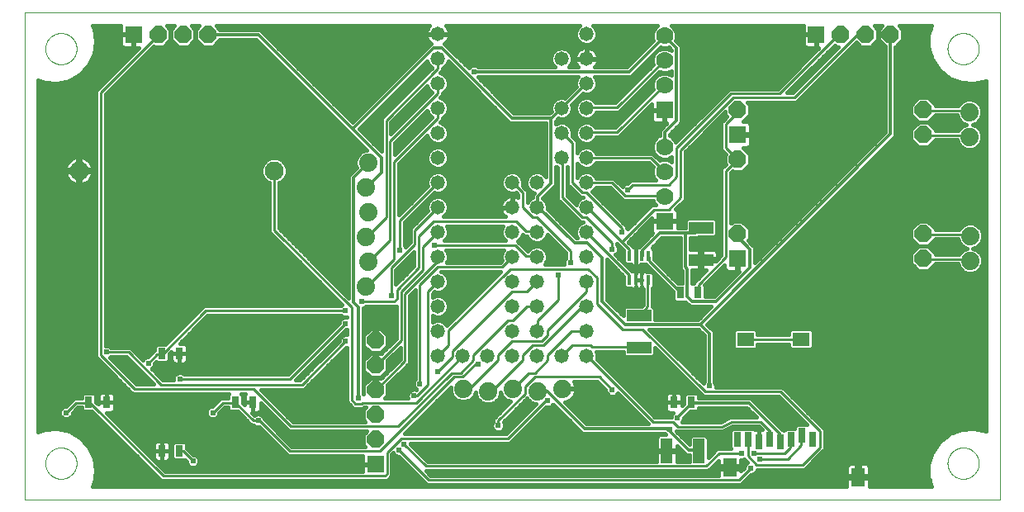
<source format=gtl>
G75*
%MOIN*%
%OFA0B0*%
%FSLAX25Y25*%
%IPPOS*%
%LPD*%
%AMOC8*
5,1,8,0,0,1.08239X$1,22.5*
%
%ADD10C,0.00000*%
%ADD11R,0.09843X0.04724*%
%ADD12C,0.07400*%
%ADD13OC8,0.07000*%
%ADD14R,0.07000X0.07000*%
%ADD15C,0.07000*%
%ADD16C,0.05800*%
%ADD17R,0.07087X0.05512*%
%ADD18R,0.05512X0.07480*%
%ADD19R,0.03150X0.05906*%
%ADD20R,0.01772X0.03937*%
%ADD21R,0.03150X0.04724*%
%ADD22C,0.07677*%
%ADD23R,0.04724X0.09843*%
%ADD24C,0.01000*%
%ADD25C,0.01600*%
%ADD26C,0.01200*%
%ADD27C,0.02400*%
D10*
X0011643Y0016420D02*
X0011643Y0213270D01*
X0405343Y0213270D01*
X0405343Y0016420D01*
X0011643Y0016420D01*
X0020107Y0031183D02*
X0020109Y0031341D01*
X0020115Y0031499D01*
X0020125Y0031657D01*
X0020139Y0031815D01*
X0020157Y0031972D01*
X0020178Y0032129D01*
X0020204Y0032285D01*
X0020234Y0032441D01*
X0020267Y0032596D01*
X0020305Y0032749D01*
X0020346Y0032902D01*
X0020391Y0033054D01*
X0020440Y0033205D01*
X0020493Y0033354D01*
X0020549Y0033502D01*
X0020609Y0033648D01*
X0020673Y0033793D01*
X0020741Y0033936D01*
X0020812Y0034078D01*
X0020886Y0034218D01*
X0020964Y0034355D01*
X0021046Y0034491D01*
X0021130Y0034625D01*
X0021219Y0034756D01*
X0021310Y0034885D01*
X0021405Y0035012D01*
X0021502Y0035137D01*
X0021603Y0035259D01*
X0021707Y0035378D01*
X0021814Y0035495D01*
X0021924Y0035609D01*
X0022037Y0035720D01*
X0022152Y0035829D01*
X0022270Y0035934D01*
X0022391Y0036036D01*
X0022514Y0036136D01*
X0022640Y0036232D01*
X0022768Y0036325D01*
X0022898Y0036415D01*
X0023031Y0036501D01*
X0023166Y0036585D01*
X0023302Y0036664D01*
X0023441Y0036741D01*
X0023582Y0036813D01*
X0023724Y0036883D01*
X0023868Y0036948D01*
X0024014Y0037010D01*
X0024161Y0037068D01*
X0024310Y0037123D01*
X0024460Y0037174D01*
X0024611Y0037221D01*
X0024763Y0037264D01*
X0024916Y0037303D01*
X0025071Y0037339D01*
X0025226Y0037370D01*
X0025382Y0037398D01*
X0025538Y0037422D01*
X0025695Y0037442D01*
X0025853Y0037458D01*
X0026010Y0037470D01*
X0026169Y0037478D01*
X0026327Y0037482D01*
X0026485Y0037482D01*
X0026643Y0037478D01*
X0026802Y0037470D01*
X0026959Y0037458D01*
X0027117Y0037442D01*
X0027274Y0037422D01*
X0027430Y0037398D01*
X0027586Y0037370D01*
X0027741Y0037339D01*
X0027896Y0037303D01*
X0028049Y0037264D01*
X0028201Y0037221D01*
X0028352Y0037174D01*
X0028502Y0037123D01*
X0028651Y0037068D01*
X0028798Y0037010D01*
X0028944Y0036948D01*
X0029088Y0036883D01*
X0029230Y0036813D01*
X0029371Y0036741D01*
X0029510Y0036664D01*
X0029646Y0036585D01*
X0029781Y0036501D01*
X0029914Y0036415D01*
X0030044Y0036325D01*
X0030172Y0036232D01*
X0030298Y0036136D01*
X0030421Y0036036D01*
X0030542Y0035934D01*
X0030660Y0035829D01*
X0030775Y0035720D01*
X0030888Y0035609D01*
X0030998Y0035495D01*
X0031105Y0035378D01*
X0031209Y0035259D01*
X0031310Y0035137D01*
X0031407Y0035012D01*
X0031502Y0034885D01*
X0031593Y0034756D01*
X0031682Y0034625D01*
X0031766Y0034491D01*
X0031848Y0034355D01*
X0031926Y0034218D01*
X0032000Y0034078D01*
X0032071Y0033936D01*
X0032139Y0033793D01*
X0032203Y0033648D01*
X0032263Y0033502D01*
X0032319Y0033354D01*
X0032372Y0033205D01*
X0032421Y0033054D01*
X0032466Y0032902D01*
X0032507Y0032749D01*
X0032545Y0032596D01*
X0032578Y0032441D01*
X0032608Y0032285D01*
X0032634Y0032129D01*
X0032655Y0031972D01*
X0032673Y0031815D01*
X0032687Y0031657D01*
X0032697Y0031499D01*
X0032703Y0031341D01*
X0032705Y0031183D01*
X0032703Y0031025D01*
X0032697Y0030867D01*
X0032687Y0030709D01*
X0032673Y0030551D01*
X0032655Y0030394D01*
X0032634Y0030237D01*
X0032608Y0030081D01*
X0032578Y0029925D01*
X0032545Y0029770D01*
X0032507Y0029617D01*
X0032466Y0029464D01*
X0032421Y0029312D01*
X0032372Y0029161D01*
X0032319Y0029012D01*
X0032263Y0028864D01*
X0032203Y0028718D01*
X0032139Y0028573D01*
X0032071Y0028430D01*
X0032000Y0028288D01*
X0031926Y0028148D01*
X0031848Y0028011D01*
X0031766Y0027875D01*
X0031682Y0027741D01*
X0031593Y0027610D01*
X0031502Y0027481D01*
X0031407Y0027354D01*
X0031310Y0027229D01*
X0031209Y0027107D01*
X0031105Y0026988D01*
X0030998Y0026871D01*
X0030888Y0026757D01*
X0030775Y0026646D01*
X0030660Y0026537D01*
X0030542Y0026432D01*
X0030421Y0026330D01*
X0030298Y0026230D01*
X0030172Y0026134D01*
X0030044Y0026041D01*
X0029914Y0025951D01*
X0029781Y0025865D01*
X0029646Y0025781D01*
X0029510Y0025702D01*
X0029371Y0025625D01*
X0029230Y0025553D01*
X0029088Y0025483D01*
X0028944Y0025418D01*
X0028798Y0025356D01*
X0028651Y0025298D01*
X0028502Y0025243D01*
X0028352Y0025192D01*
X0028201Y0025145D01*
X0028049Y0025102D01*
X0027896Y0025063D01*
X0027741Y0025027D01*
X0027586Y0024996D01*
X0027430Y0024968D01*
X0027274Y0024944D01*
X0027117Y0024924D01*
X0026959Y0024908D01*
X0026802Y0024896D01*
X0026643Y0024888D01*
X0026485Y0024884D01*
X0026327Y0024884D01*
X0026169Y0024888D01*
X0026010Y0024896D01*
X0025853Y0024908D01*
X0025695Y0024924D01*
X0025538Y0024944D01*
X0025382Y0024968D01*
X0025226Y0024996D01*
X0025071Y0025027D01*
X0024916Y0025063D01*
X0024763Y0025102D01*
X0024611Y0025145D01*
X0024460Y0025192D01*
X0024310Y0025243D01*
X0024161Y0025298D01*
X0024014Y0025356D01*
X0023868Y0025418D01*
X0023724Y0025483D01*
X0023582Y0025553D01*
X0023441Y0025625D01*
X0023302Y0025702D01*
X0023166Y0025781D01*
X0023031Y0025865D01*
X0022898Y0025951D01*
X0022768Y0026041D01*
X0022640Y0026134D01*
X0022514Y0026230D01*
X0022391Y0026330D01*
X0022270Y0026432D01*
X0022152Y0026537D01*
X0022037Y0026646D01*
X0021924Y0026757D01*
X0021814Y0026871D01*
X0021707Y0026988D01*
X0021603Y0027107D01*
X0021502Y0027229D01*
X0021405Y0027354D01*
X0021310Y0027481D01*
X0021219Y0027610D01*
X0021130Y0027741D01*
X0021046Y0027875D01*
X0020964Y0028011D01*
X0020886Y0028148D01*
X0020812Y0028288D01*
X0020741Y0028430D01*
X0020673Y0028573D01*
X0020609Y0028718D01*
X0020549Y0028864D01*
X0020493Y0029012D01*
X0020440Y0029161D01*
X0020391Y0029312D01*
X0020346Y0029464D01*
X0020305Y0029617D01*
X0020267Y0029770D01*
X0020234Y0029925D01*
X0020204Y0030081D01*
X0020178Y0030237D01*
X0020157Y0030394D01*
X0020139Y0030551D01*
X0020125Y0030709D01*
X0020115Y0030867D01*
X0020109Y0031025D01*
X0020107Y0031183D01*
X0020107Y0198506D02*
X0020109Y0198664D01*
X0020115Y0198822D01*
X0020125Y0198980D01*
X0020139Y0199138D01*
X0020157Y0199295D01*
X0020178Y0199452D01*
X0020204Y0199608D01*
X0020234Y0199764D01*
X0020267Y0199919D01*
X0020305Y0200072D01*
X0020346Y0200225D01*
X0020391Y0200377D01*
X0020440Y0200528D01*
X0020493Y0200677D01*
X0020549Y0200825D01*
X0020609Y0200971D01*
X0020673Y0201116D01*
X0020741Y0201259D01*
X0020812Y0201401D01*
X0020886Y0201541D01*
X0020964Y0201678D01*
X0021046Y0201814D01*
X0021130Y0201948D01*
X0021219Y0202079D01*
X0021310Y0202208D01*
X0021405Y0202335D01*
X0021502Y0202460D01*
X0021603Y0202582D01*
X0021707Y0202701D01*
X0021814Y0202818D01*
X0021924Y0202932D01*
X0022037Y0203043D01*
X0022152Y0203152D01*
X0022270Y0203257D01*
X0022391Y0203359D01*
X0022514Y0203459D01*
X0022640Y0203555D01*
X0022768Y0203648D01*
X0022898Y0203738D01*
X0023031Y0203824D01*
X0023166Y0203908D01*
X0023302Y0203987D01*
X0023441Y0204064D01*
X0023582Y0204136D01*
X0023724Y0204206D01*
X0023868Y0204271D01*
X0024014Y0204333D01*
X0024161Y0204391D01*
X0024310Y0204446D01*
X0024460Y0204497D01*
X0024611Y0204544D01*
X0024763Y0204587D01*
X0024916Y0204626D01*
X0025071Y0204662D01*
X0025226Y0204693D01*
X0025382Y0204721D01*
X0025538Y0204745D01*
X0025695Y0204765D01*
X0025853Y0204781D01*
X0026010Y0204793D01*
X0026169Y0204801D01*
X0026327Y0204805D01*
X0026485Y0204805D01*
X0026643Y0204801D01*
X0026802Y0204793D01*
X0026959Y0204781D01*
X0027117Y0204765D01*
X0027274Y0204745D01*
X0027430Y0204721D01*
X0027586Y0204693D01*
X0027741Y0204662D01*
X0027896Y0204626D01*
X0028049Y0204587D01*
X0028201Y0204544D01*
X0028352Y0204497D01*
X0028502Y0204446D01*
X0028651Y0204391D01*
X0028798Y0204333D01*
X0028944Y0204271D01*
X0029088Y0204206D01*
X0029230Y0204136D01*
X0029371Y0204064D01*
X0029510Y0203987D01*
X0029646Y0203908D01*
X0029781Y0203824D01*
X0029914Y0203738D01*
X0030044Y0203648D01*
X0030172Y0203555D01*
X0030298Y0203459D01*
X0030421Y0203359D01*
X0030542Y0203257D01*
X0030660Y0203152D01*
X0030775Y0203043D01*
X0030888Y0202932D01*
X0030998Y0202818D01*
X0031105Y0202701D01*
X0031209Y0202582D01*
X0031310Y0202460D01*
X0031407Y0202335D01*
X0031502Y0202208D01*
X0031593Y0202079D01*
X0031682Y0201948D01*
X0031766Y0201814D01*
X0031848Y0201678D01*
X0031926Y0201541D01*
X0032000Y0201401D01*
X0032071Y0201259D01*
X0032139Y0201116D01*
X0032203Y0200971D01*
X0032263Y0200825D01*
X0032319Y0200677D01*
X0032372Y0200528D01*
X0032421Y0200377D01*
X0032466Y0200225D01*
X0032507Y0200072D01*
X0032545Y0199919D01*
X0032578Y0199764D01*
X0032608Y0199608D01*
X0032634Y0199452D01*
X0032655Y0199295D01*
X0032673Y0199138D01*
X0032687Y0198980D01*
X0032697Y0198822D01*
X0032703Y0198664D01*
X0032705Y0198506D01*
X0032703Y0198348D01*
X0032697Y0198190D01*
X0032687Y0198032D01*
X0032673Y0197874D01*
X0032655Y0197717D01*
X0032634Y0197560D01*
X0032608Y0197404D01*
X0032578Y0197248D01*
X0032545Y0197093D01*
X0032507Y0196940D01*
X0032466Y0196787D01*
X0032421Y0196635D01*
X0032372Y0196484D01*
X0032319Y0196335D01*
X0032263Y0196187D01*
X0032203Y0196041D01*
X0032139Y0195896D01*
X0032071Y0195753D01*
X0032000Y0195611D01*
X0031926Y0195471D01*
X0031848Y0195334D01*
X0031766Y0195198D01*
X0031682Y0195064D01*
X0031593Y0194933D01*
X0031502Y0194804D01*
X0031407Y0194677D01*
X0031310Y0194552D01*
X0031209Y0194430D01*
X0031105Y0194311D01*
X0030998Y0194194D01*
X0030888Y0194080D01*
X0030775Y0193969D01*
X0030660Y0193860D01*
X0030542Y0193755D01*
X0030421Y0193653D01*
X0030298Y0193553D01*
X0030172Y0193457D01*
X0030044Y0193364D01*
X0029914Y0193274D01*
X0029781Y0193188D01*
X0029646Y0193104D01*
X0029510Y0193025D01*
X0029371Y0192948D01*
X0029230Y0192876D01*
X0029088Y0192806D01*
X0028944Y0192741D01*
X0028798Y0192679D01*
X0028651Y0192621D01*
X0028502Y0192566D01*
X0028352Y0192515D01*
X0028201Y0192468D01*
X0028049Y0192425D01*
X0027896Y0192386D01*
X0027741Y0192350D01*
X0027586Y0192319D01*
X0027430Y0192291D01*
X0027274Y0192267D01*
X0027117Y0192247D01*
X0026959Y0192231D01*
X0026802Y0192219D01*
X0026643Y0192211D01*
X0026485Y0192207D01*
X0026327Y0192207D01*
X0026169Y0192211D01*
X0026010Y0192219D01*
X0025853Y0192231D01*
X0025695Y0192247D01*
X0025538Y0192267D01*
X0025382Y0192291D01*
X0025226Y0192319D01*
X0025071Y0192350D01*
X0024916Y0192386D01*
X0024763Y0192425D01*
X0024611Y0192468D01*
X0024460Y0192515D01*
X0024310Y0192566D01*
X0024161Y0192621D01*
X0024014Y0192679D01*
X0023868Y0192741D01*
X0023724Y0192806D01*
X0023582Y0192876D01*
X0023441Y0192948D01*
X0023302Y0193025D01*
X0023166Y0193104D01*
X0023031Y0193188D01*
X0022898Y0193274D01*
X0022768Y0193364D01*
X0022640Y0193457D01*
X0022514Y0193553D01*
X0022391Y0193653D01*
X0022270Y0193755D01*
X0022152Y0193860D01*
X0022037Y0193969D01*
X0021924Y0194080D01*
X0021814Y0194194D01*
X0021707Y0194311D01*
X0021603Y0194430D01*
X0021502Y0194552D01*
X0021405Y0194677D01*
X0021310Y0194804D01*
X0021219Y0194933D01*
X0021130Y0195064D01*
X0021046Y0195198D01*
X0020964Y0195334D01*
X0020886Y0195471D01*
X0020812Y0195611D01*
X0020741Y0195753D01*
X0020673Y0195896D01*
X0020609Y0196041D01*
X0020549Y0196187D01*
X0020493Y0196335D01*
X0020440Y0196484D01*
X0020391Y0196635D01*
X0020346Y0196787D01*
X0020305Y0196940D01*
X0020267Y0197093D01*
X0020234Y0197248D01*
X0020204Y0197404D01*
X0020178Y0197560D01*
X0020157Y0197717D01*
X0020139Y0197874D01*
X0020125Y0198032D01*
X0020115Y0198190D01*
X0020109Y0198348D01*
X0020107Y0198506D01*
X0384281Y0198506D02*
X0384283Y0198664D01*
X0384289Y0198822D01*
X0384299Y0198980D01*
X0384313Y0199138D01*
X0384331Y0199295D01*
X0384352Y0199452D01*
X0384378Y0199608D01*
X0384408Y0199764D01*
X0384441Y0199919D01*
X0384479Y0200072D01*
X0384520Y0200225D01*
X0384565Y0200377D01*
X0384614Y0200528D01*
X0384667Y0200677D01*
X0384723Y0200825D01*
X0384783Y0200971D01*
X0384847Y0201116D01*
X0384915Y0201259D01*
X0384986Y0201401D01*
X0385060Y0201541D01*
X0385138Y0201678D01*
X0385220Y0201814D01*
X0385304Y0201948D01*
X0385393Y0202079D01*
X0385484Y0202208D01*
X0385579Y0202335D01*
X0385676Y0202460D01*
X0385777Y0202582D01*
X0385881Y0202701D01*
X0385988Y0202818D01*
X0386098Y0202932D01*
X0386211Y0203043D01*
X0386326Y0203152D01*
X0386444Y0203257D01*
X0386565Y0203359D01*
X0386688Y0203459D01*
X0386814Y0203555D01*
X0386942Y0203648D01*
X0387072Y0203738D01*
X0387205Y0203824D01*
X0387340Y0203908D01*
X0387476Y0203987D01*
X0387615Y0204064D01*
X0387756Y0204136D01*
X0387898Y0204206D01*
X0388042Y0204271D01*
X0388188Y0204333D01*
X0388335Y0204391D01*
X0388484Y0204446D01*
X0388634Y0204497D01*
X0388785Y0204544D01*
X0388937Y0204587D01*
X0389090Y0204626D01*
X0389245Y0204662D01*
X0389400Y0204693D01*
X0389556Y0204721D01*
X0389712Y0204745D01*
X0389869Y0204765D01*
X0390027Y0204781D01*
X0390184Y0204793D01*
X0390343Y0204801D01*
X0390501Y0204805D01*
X0390659Y0204805D01*
X0390817Y0204801D01*
X0390976Y0204793D01*
X0391133Y0204781D01*
X0391291Y0204765D01*
X0391448Y0204745D01*
X0391604Y0204721D01*
X0391760Y0204693D01*
X0391915Y0204662D01*
X0392070Y0204626D01*
X0392223Y0204587D01*
X0392375Y0204544D01*
X0392526Y0204497D01*
X0392676Y0204446D01*
X0392825Y0204391D01*
X0392972Y0204333D01*
X0393118Y0204271D01*
X0393262Y0204206D01*
X0393404Y0204136D01*
X0393545Y0204064D01*
X0393684Y0203987D01*
X0393820Y0203908D01*
X0393955Y0203824D01*
X0394088Y0203738D01*
X0394218Y0203648D01*
X0394346Y0203555D01*
X0394472Y0203459D01*
X0394595Y0203359D01*
X0394716Y0203257D01*
X0394834Y0203152D01*
X0394949Y0203043D01*
X0395062Y0202932D01*
X0395172Y0202818D01*
X0395279Y0202701D01*
X0395383Y0202582D01*
X0395484Y0202460D01*
X0395581Y0202335D01*
X0395676Y0202208D01*
X0395767Y0202079D01*
X0395856Y0201948D01*
X0395940Y0201814D01*
X0396022Y0201678D01*
X0396100Y0201541D01*
X0396174Y0201401D01*
X0396245Y0201259D01*
X0396313Y0201116D01*
X0396377Y0200971D01*
X0396437Y0200825D01*
X0396493Y0200677D01*
X0396546Y0200528D01*
X0396595Y0200377D01*
X0396640Y0200225D01*
X0396681Y0200072D01*
X0396719Y0199919D01*
X0396752Y0199764D01*
X0396782Y0199608D01*
X0396808Y0199452D01*
X0396829Y0199295D01*
X0396847Y0199138D01*
X0396861Y0198980D01*
X0396871Y0198822D01*
X0396877Y0198664D01*
X0396879Y0198506D01*
X0396877Y0198348D01*
X0396871Y0198190D01*
X0396861Y0198032D01*
X0396847Y0197874D01*
X0396829Y0197717D01*
X0396808Y0197560D01*
X0396782Y0197404D01*
X0396752Y0197248D01*
X0396719Y0197093D01*
X0396681Y0196940D01*
X0396640Y0196787D01*
X0396595Y0196635D01*
X0396546Y0196484D01*
X0396493Y0196335D01*
X0396437Y0196187D01*
X0396377Y0196041D01*
X0396313Y0195896D01*
X0396245Y0195753D01*
X0396174Y0195611D01*
X0396100Y0195471D01*
X0396022Y0195334D01*
X0395940Y0195198D01*
X0395856Y0195064D01*
X0395767Y0194933D01*
X0395676Y0194804D01*
X0395581Y0194677D01*
X0395484Y0194552D01*
X0395383Y0194430D01*
X0395279Y0194311D01*
X0395172Y0194194D01*
X0395062Y0194080D01*
X0394949Y0193969D01*
X0394834Y0193860D01*
X0394716Y0193755D01*
X0394595Y0193653D01*
X0394472Y0193553D01*
X0394346Y0193457D01*
X0394218Y0193364D01*
X0394088Y0193274D01*
X0393955Y0193188D01*
X0393820Y0193104D01*
X0393684Y0193025D01*
X0393545Y0192948D01*
X0393404Y0192876D01*
X0393262Y0192806D01*
X0393118Y0192741D01*
X0392972Y0192679D01*
X0392825Y0192621D01*
X0392676Y0192566D01*
X0392526Y0192515D01*
X0392375Y0192468D01*
X0392223Y0192425D01*
X0392070Y0192386D01*
X0391915Y0192350D01*
X0391760Y0192319D01*
X0391604Y0192291D01*
X0391448Y0192267D01*
X0391291Y0192247D01*
X0391133Y0192231D01*
X0390976Y0192219D01*
X0390817Y0192211D01*
X0390659Y0192207D01*
X0390501Y0192207D01*
X0390343Y0192211D01*
X0390184Y0192219D01*
X0390027Y0192231D01*
X0389869Y0192247D01*
X0389712Y0192267D01*
X0389556Y0192291D01*
X0389400Y0192319D01*
X0389245Y0192350D01*
X0389090Y0192386D01*
X0388937Y0192425D01*
X0388785Y0192468D01*
X0388634Y0192515D01*
X0388484Y0192566D01*
X0388335Y0192621D01*
X0388188Y0192679D01*
X0388042Y0192741D01*
X0387898Y0192806D01*
X0387756Y0192876D01*
X0387615Y0192948D01*
X0387476Y0193025D01*
X0387340Y0193104D01*
X0387205Y0193188D01*
X0387072Y0193274D01*
X0386942Y0193364D01*
X0386814Y0193457D01*
X0386688Y0193553D01*
X0386565Y0193653D01*
X0386444Y0193755D01*
X0386326Y0193860D01*
X0386211Y0193969D01*
X0386098Y0194080D01*
X0385988Y0194194D01*
X0385881Y0194311D01*
X0385777Y0194430D01*
X0385676Y0194552D01*
X0385579Y0194677D01*
X0385484Y0194804D01*
X0385393Y0194933D01*
X0385304Y0195064D01*
X0385220Y0195198D01*
X0385138Y0195334D01*
X0385060Y0195471D01*
X0384986Y0195611D01*
X0384915Y0195753D01*
X0384847Y0195896D01*
X0384783Y0196041D01*
X0384723Y0196187D01*
X0384667Y0196335D01*
X0384614Y0196484D01*
X0384565Y0196635D01*
X0384520Y0196787D01*
X0384479Y0196940D01*
X0384441Y0197093D01*
X0384408Y0197248D01*
X0384378Y0197404D01*
X0384352Y0197560D01*
X0384331Y0197717D01*
X0384313Y0197874D01*
X0384299Y0198032D01*
X0384289Y0198190D01*
X0384283Y0198348D01*
X0384281Y0198506D01*
X0384281Y0031183D02*
X0384283Y0031341D01*
X0384289Y0031499D01*
X0384299Y0031657D01*
X0384313Y0031815D01*
X0384331Y0031972D01*
X0384352Y0032129D01*
X0384378Y0032285D01*
X0384408Y0032441D01*
X0384441Y0032596D01*
X0384479Y0032749D01*
X0384520Y0032902D01*
X0384565Y0033054D01*
X0384614Y0033205D01*
X0384667Y0033354D01*
X0384723Y0033502D01*
X0384783Y0033648D01*
X0384847Y0033793D01*
X0384915Y0033936D01*
X0384986Y0034078D01*
X0385060Y0034218D01*
X0385138Y0034355D01*
X0385220Y0034491D01*
X0385304Y0034625D01*
X0385393Y0034756D01*
X0385484Y0034885D01*
X0385579Y0035012D01*
X0385676Y0035137D01*
X0385777Y0035259D01*
X0385881Y0035378D01*
X0385988Y0035495D01*
X0386098Y0035609D01*
X0386211Y0035720D01*
X0386326Y0035829D01*
X0386444Y0035934D01*
X0386565Y0036036D01*
X0386688Y0036136D01*
X0386814Y0036232D01*
X0386942Y0036325D01*
X0387072Y0036415D01*
X0387205Y0036501D01*
X0387340Y0036585D01*
X0387476Y0036664D01*
X0387615Y0036741D01*
X0387756Y0036813D01*
X0387898Y0036883D01*
X0388042Y0036948D01*
X0388188Y0037010D01*
X0388335Y0037068D01*
X0388484Y0037123D01*
X0388634Y0037174D01*
X0388785Y0037221D01*
X0388937Y0037264D01*
X0389090Y0037303D01*
X0389245Y0037339D01*
X0389400Y0037370D01*
X0389556Y0037398D01*
X0389712Y0037422D01*
X0389869Y0037442D01*
X0390027Y0037458D01*
X0390184Y0037470D01*
X0390343Y0037478D01*
X0390501Y0037482D01*
X0390659Y0037482D01*
X0390817Y0037478D01*
X0390976Y0037470D01*
X0391133Y0037458D01*
X0391291Y0037442D01*
X0391448Y0037422D01*
X0391604Y0037398D01*
X0391760Y0037370D01*
X0391915Y0037339D01*
X0392070Y0037303D01*
X0392223Y0037264D01*
X0392375Y0037221D01*
X0392526Y0037174D01*
X0392676Y0037123D01*
X0392825Y0037068D01*
X0392972Y0037010D01*
X0393118Y0036948D01*
X0393262Y0036883D01*
X0393404Y0036813D01*
X0393545Y0036741D01*
X0393684Y0036664D01*
X0393820Y0036585D01*
X0393955Y0036501D01*
X0394088Y0036415D01*
X0394218Y0036325D01*
X0394346Y0036232D01*
X0394472Y0036136D01*
X0394595Y0036036D01*
X0394716Y0035934D01*
X0394834Y0035829D01*
X0394949Y0035720D01*
X0395062Y0035609D01*
X0395172Y0035495D01*
X0395279Y0035378D01*
X0395383Y0035259D01*
X0395484Y0035137D01*
X0395581Y0035012D01*
X0395676Y0034885D01*
X0395767Y0034756D01*
X0395856Y0034625D01*
X0395940Y0034491D01*
X0396022Y0034355D01*
X0396100Y0034218D01*
X0396174Y0034078D01*
X0396245Y0033936D01*
X0396313Y0033793D01*
X0396377Y0033648D01*
X0396437Y0033502D01*
X0396493Y0033354D01*
X0396546Y0033205D01*
X0396595Y0033054D01*
X0396640Y0032902D01*
X0396681Y0032749D01*
X0396719Y0032596D01*
X0396752Y0032441D01*
X0396782Y0032285D01*
X0396808Y0032129D01*
X0396829Y0031972D01*
X0396847Y0031815D01*
X0396861Y0031657D01*
X0396871Y0031499D01*
X0396877Y0031341D01*
X0396879Y0031183D01*
X0396877Y0031025D01*
X0396871Y0030867D01*
X0396861Y0030709D01*
X0396847Y0030551D01*
X0396829Y0030394D01*
X0396808Y0030237D01*
X0396782Y0030081D01*
X0396752Y0029925D01*
X0396719Y0029770D01*
X0396681Y0029617D01*
X0396640Y0029464D01*
X0396595Y0029312D01*
X0396546Y0029161D01*
X0396493Y0029012D01*
X0396437Y0028864D01*
X0396377Y0028718D01*
X0396313Y0028573D01*
X0396245Y0028430D01*
X0396174Y0028288D01*
X0396100Y0028148D01*
X0396022Y0028011D01*
X0395940Y0027875D01*
X0395856Y0027741D01*
X0395767Y0027610D01*
X0395676Y0027481D01*
X0395581Y0027354D01*
X0395484Y0027229D01*
X0395383Y0027107D01*
X0395279Y0026988D01*
X0395172Y0026871D01*
X0395062Y0026757D01*
X0394949Y0026646D01*
X0394834Y0026537D01*
X0394716Y0026432D01*
X0394595Y0026330D01*
X0394472Y0026230D01*
X0394346Y0026134D01*
X0394218Y0026041D01*
X0394088Y0025951D01*
X0393955Y0025865D01*
X0393820Y0025781D01*
X0393684Y0025702D01*
X0393545Y0025625D01*
X0393404Y0025553D01*
X0393262Y0025483D01*
X0393118Y0025418D01*
X0392972Y0025356D01*
X0392825Y0025298D01*
X0392676Y0025243D01*
X0392526Y0025192D01*
X0392375Y0025145D01*
X0392223Y0025102D01*
X0392070Y0025063D01*
X0391915Y0025027D01*
X0391760Y0024996D01*
X0391604Y0024968D01*
X0391448Y0024944D01*
X0391291Y0024924D01*
X0391133Y0024908D01*
X0390976Y0024896D01*
X0390817Y0024888D01*
X0390659Y0024884D01*
X0390501Y0024884D01*
X0390343Y0024888D01*
X0390184Y0024896D01*
X0390027Y0024908D01*
X0389869Y0024924D01*
X0389712Y0024944D01*
X0389556Y0024968D01*
X0389400Y0024996D01*
X0389245Y0025027D01*
X0389090Y0025063D01*
X0388937Y0025102D01*
X0388785Y0025145D01*
X0388634Y0025192D01*
X0388484Y0025243D01*
X0388335Y0025298D01*
X0388188Y0025356D01*
X0388042Y0025418D01*
X0387898Y0025483D01*
X0387756Y0025553D01*
X0387615Y0025625D01*
X0387476Y0025702D01*
X0387340Y0025781D01*
X0387205Y0025865D01*
X0387072Y0025951D01*
X0386942Y0026041D01*
X0386814Y0026134D01*
X0386688Y0026230D01*
X0386565Y0026330D01*
X0386444Y0026432D01*
X0386326Y0026537D01*
X0386211Y0026646D01*
X0386098Y0026757D01*
X0385988Y0026871D01*
X0385881Y0026988D01*
X0385777Y0027107D01*
X0385676Y0027229D01*
X0385579Y0027354D01*
X0385484Y0027481D01*
X0385393Y0027610D01*
X0385304Y0027741D01*
X0385220Y0027875D01*
X0385138Y0028011D01*
X0385060Y0028148D01*
X0384986Y0028288D01*
X0384915Y0028430D01*
X0384847Y0028573D01*
X0384783Y0028718D01*
X0384723Y0028864D01*
X0384667Y0029012D01*
X0384614Y0029161D01*
X0384565Y0029312D01*
X0384520Y0029464D01*
X0384479Y0029617D01*
X0384441Y0029770D01*
X0384408Y0029925D01*
X0384378Y0030081D01*
X0384352Y0030237D01*
X0384331Y0030394D01*
X0384313Y0030551D01*
X0384299Y0030709D01*
X0384289Y0030867D01*
X0384283Y0031025D01*
X0384281Y0031183D01*
D11*
X0259674Y0077837D03*
X0259674Y0090829D03*
X0284654Y0113309D03*
X0284654Y0126302D03*
D12*
X0393355Y0122975D03*
X0393355Y0112975D03*
X0393080Y0162975D03*
X0393080Y0172975D03*
X0228808Y0061211D03*
X0218808Y0060211D03*
X0208808Y0061211D03*
X0198808Y0060211D03*
X0188808Y0061211D03*
X0149398Y0102345D03*
X0150398Y0112345D03*
X0149398Y0122345D03*
X0150398Y0132345D03*
X0149398Y0142345D03*
X0150398Y0152345D03*
D13*
X0085698Y0204215D03*
X0075698Y0204215D03*
X0065698Y0204215D03*
X0153355Y0080691D03*
X0153355Y0070691D03*
X0153355Y0060691D03*
X0153355Y0050691D03*
X0153355Y0040691D03*
X0299497Y0123821D03*
X0299497Y0153821D03*
X0299497Y0173821D03*
X0341288Y0204215D03*
X0351288Y0204215D03*
X0361288Y0204215D03*
X0374497Y0173821D03*
X0374497Y0163821D03*
X0374497Y0123821D03*
X0374497Y0113821D03*
D14*
X0299497Y0113821D03*
X0270009Y0128880D03*
X0299497Y0163821D03*
X0270009Y0173664D03*
X0331288Y0204215D03*
X0055698Y0204215D03*
X0153355Y0030691D03*
D15*
X0270009Y0138880D03*
X0270009Y0148880D03*
X0270009Y0158880D03*
X0270009Y0183664D03*
X0270009Y0193664D03*
X0270009Y0203664D03*
D16*
X0238493Y0204451D03*
X0238493Y0194451D03*
X0228493Y0194451D03*
X0238493Y0184451D03*
X0238493Y0174451D03*
X0228493Y0174451D03*
X0228493Y0164451D03*
X0238493Y0164451D03*
X0238493Y0154451D03*
X0228493Y0154451D03*
X0238493Y0144451D03*
X0238493Y0134451D03*
X0218493Y0134451D03*
X0208493Y0134451D03*
X0208493Y0144451D03*
X0218493Y0144451D03*
X0218493Y0124451D03*
X0208493Y0124451D03*
X0208493Y0114451D03*
X0218493Y0114451D03*
X0238493Y0114451D03*
X0238493Y0124451D03*
X0238493Y0104451D03*
X0218493Y0104451D03*
X0208493Y0104451D03*
X0208493Y0094451D03*
X0218493Y0094451D03*
X0218493Y0084451D03*
X0208493Y0084451D03*
X0208493Y0074451D03*
X0198493Y0074451D03*
X0188493Y0074451D03*
X0178493Y0074451D03*
X0178493Y0084451D03*
X0178493Y0094451D03*
X0178493Y0104451D03*
X0178493Y0114451D03*
X0178493Y0124451D03*
X0178493Y0134451D03*
X0178493Y0144451D03*
X0178493Y0154451D03*
X0178493Y0164451D03*
X0178493Y0174451D03*
X0178493Y0184451D03*
X0178493Y0194451D03*
X0178493Y0204451D03*
X0238493Y0094451D03*
X0238493Y0084451D03*
X0238493Y0074451D03*
X0228493Y0074451D03*
X0218493Y0074451D03*
D17*
X0302686Y0081321D03*
X0325127Y0081321D03*
D18*
X0296387Y0029550D03*
X0348158Y0025613D03*
D19*
X0329812Y0040770D03*
X0325481Y0042345D03*
X0321150Y0040770D03*
X0316820Y0039983D03*
X0312489Y0040770D03*
X0308158Y0039983D03*
X0303828Y0040770D03*
X0299497Y0040770D03*
D20*
X0263513Y0105101D03*
X0260954Y0105101D03*
X0258394Y0105101D03*
X0255835Y0105101D03*
X0255835Y0114746D03*
X0258394Y0114746D03*
X0260954Y0114746D03*
X0263513Y0114746D03*
D21*
X0276387Y0100081D03*
X0283473Y0100081D03*
X0280934Y0055790D03*
X0273847Y0055790D03*
X0103769Y0055790D03*
X0096682Y0055790D03*
X0074241Y0075475D03*
X0067154Y0075475D03*
X0044713Y0055790D03*
X0037627Y0055790D03*
X0067154Y0036105D03*
X0074241Y0036105D03*
D22*
X0112430Y0149294D03*
X0033690Y0149294D03*
D23*
X0270894Y0036105D03*
X0283887Y0036105D03*
D24*
X0286843Y0030020D02*
X0292043Y0035220D01*
X0301243Y0035220D01*
X0303643Y0034020D02*
X0307243Y0030420D01*
X0325643Y0030420D01*
X0332843Y0037620D01*
X0332843Y0044020D01*
X0316843Y0060020D01*
X0286443Y0060020D01*
X0261243Y0085220D01*
X0253243Y0085220D01*
X0242843Y0095620D01*
X0242843Y0106020D01*
X0239243Y0109620D01*
X0207643Y0109620D01*
X0182843Y0084820D01*
X0182843Y0078820D01*
X0178843Y0074820D01*
X0178493Y0074451D01*
X0184443Y0074020D02*
X0184443Y0076420D01*
X0208443Y0100420D01*
X0214443Y0100420D01*
X0218443Y0104420D01*
X0218493Y0104451D01*
X0227243Y0107220D02*
X0227243Y0097220D01*
X0218843Y0088820D01*
X0218843Y0084820D01*
X0218493Y0084451D01*
X0222843Y0084820D02*
X0222843Y0082820D01*
X0220443Y0080420D01*
X0208443Y0080420D01*
X0202843Y0074820D01*
X0202843Y0072820D01*
X0191243Y0061220D01*
X0188843Y0061220D01*
X0188808Y0061211D01*
X0188443Y0066020D02*
X0185243Y0066020D01*
X0155243Y0036020D01*
X0118843Y0036020D01*
X0106443Y0048420D01*
X0106043Y0048420D01*
X0104043Y0048420D01*
X0096843Y0055620D01*
X0096682Y0055790D01*
X0096443Y0055620D01*
X0091643Y0055620D01*
X0087643Y0051620D01*
X0104043Y0061220D02*
X0056043Y0061220D01*
X0042443Y0074820D01*
X0042443Y0180820D01*
X0065643Y0204020D01*
X0065698Y0204215D01*
X0157643Y0169620D02*
X0157643Y0130420D01*
X0149643Y0122420D01*
X0149398Y0122345D01*
X0159243Y0121220D02*
X0150443Y0112420D01*
X0150398Y0112345D01*
X0159643Y0110020D02*
X0169243Y0119620D01*
X0169243Y0125220D01*
X0178443Y0134420D01*
X0178493Y0134451D01*
X0176843Y0128820D02*
X0170843Y0122820D01*
X0170843Y0110020D01*
X0162043Y0101220D01*
X0162043Y0097620D01*
X0160843Y0096420D01*
X0147643Y0096420D01*
X0143643Y0094020D02*
X0112443Y0125220D01*
X0112443Y0149220D01*
X0112430Y0149294D01*
X0159243Y0161220D02*
X0159243Y0121220D01*
X0163243Y0117220D02*
X0163243Y0129220D01*
X0178443Y0144420D01*
X0178493Y0144451D01*
X0160843Y0152820D02*
X0160843Y0113620D01*
X0149643Y0102420D01*
X0149398Y0102345D01*
X0159643Y0098820D02*
X0159643Y0110020D01*
X0163643Y0100420D02*
X0172443Y0109220D01*
X0172443Y0118420D01*
X0178443Y0124420D01*
X0178493Y0124451D01*
X0176843Y0128820D02*
X0210043Y0128820D01*
X0214043Y0124820D01*
X0218443Y0124820D01*
X0218493Y0124451D01*
X0218443Y0130420D02*
X0216843Y0130420D01*
X0212843Y0134420D01*
X0212843Y0140420D01*
X0208843Y0144420D01*
X0208493Y0144451D01*
X0228843Y0138420D02*
X0228843Y0154420D01*
X0228493Y0154451D01*
X0232843Y0160420D02*
X0228843Y0164420D01*
X0228493Y0164451D01*
X0232843Y0160420D02*
X0232843Y0144420D01*
X0236843Y0140420D01*
X0238443Y0140420D01*
X0252843Y0126020D01*
X0252843Y0124420D01*
X0252643Y0120620D02*
X0265643Y0133620D01*
X0271643Y0133620D01*
X0276443Y0138420D01*
X0276443Y0157620D01*
X0297643Y0178820D01*
X0322443Y0178820D01*
X0347643Y0204020D01*
X0351243Y0204020D01*
X0351288Y0204215D01*
X0341288Y0204215D02*
X0341243Y0204020D01*
X0340043Y0204020D01*
X0316443Y0180420D01*
X0296843Y0180420D01*
X0274843Y0158420D01*
X0274843Y0146820D01*
X0271643Y0143620D01*
X0257243Y0143620D01*
X0255243Y0141620D01*
X0254043Y0139220D02*
X0248843Y0144420D01*
X0238843Y0144420D01*
X0238493Y0144451D01*
X0228843Y0138420D02*
X0236843Y0130420D01*
X0238443Y0130420D01*
X0248843Y0120020D01*
X0248843Y0117620D01*
X0252643Y0120620D02*
X0255643Y0117620D01*
X0255643Y0114820D01*
X0255835Y0114746D01*
X0263513Y0114746D02*
X0263643Y0114420D01*
X0263643Y0112820D01*
X0276043Y0100420D01*
X0276387Y0100081D01*
X0283473Y0100081D02*
X0283643Y0100420D01*
X0283643Y0103220D01*
X0294843Y0114420D01*
X0294843Y0149220D01*
X0299243Y0153620D01*
X0299497Y0153821D01*
X0299243Y0154020D01*
X0294843Y0158420D01*
X0294843Y0168020D01*
X0299243Y0172420D01*
X0299243Y0173620D01*
X0299497Y0173821D01*
X0270009Y0183664D02*
X0269643Y0183620D01*
X0250843Y0164820D01*
X0238843Y0164820D01*
X0238493Y0164451D01*
X0238493Y0154451D02*
X0238843Y0154420D01*
X0264443Y0154420D01*
X0269643Y0149220D01*
X0270009Y0148880D01*
X0269643Y0139220D02*
X0254043Y0139220D01*
X0269643Y0139220D02*
X0270009Y0138880D01*
X0252643Y0120620D02*
X0238843Y0134420D01*
X0238493Y0134451D01*
X0232043Y0116820D02*
X0218443Y0130420D01*
X0238443Y0124420D02*
X0238493Y0124451D01*
X0238443Y0124420D02*
X0255643Y0107220D01*
X0255643Y0105220D01*
X0255835Y0105101D01*
X0263243Y0104820D02*
X0263513Y0105101D01*
X0263243Y0104820D02*
X0263243Y0094420D01*
X0260043Y0091220D01*
X0259674Y0090829D01*
X0259643Y0078020D02*
X0240843Y0078020D01*
X0240043Y0078820D01*
X0232843Y0078820D01*
X0228843Y0074820D01*
X0228493Y0074451D01*
X0222843Y0074820D02*
X0222843Y0072820D01*
X0217643Y0067620D01*
X0215243Y0067620D01*
X0208843Y0061220D01*
X0208808Y0061211D01*
X0213643Y0062020D02*
X0213643Y0059220D01*
X0202843Y0048420D01*
X0202843Y0046420D01*
X0206843Y0041220D02*
X0163643Y0041220D01*
X0158043Y0035620D01*
X0158043Y0026820D01*
X0157243Y0026020D01*
X0067643Y0026020D01*
X0038043Y0055620D01*
X0037627Y0055790D01*
X0037243Y0055620D01*
X0032443Y0055620D01*
X0028443Y0051620D01*
X0061643Y0071620D02*
X0065243Y0075220D01*
X0066843Y0075220D01*
X0067154Y0075475D01*
X0067643Y0075620D01*
X0084843Y0092820D01*
X0141243Y0092820D01*
X0143643Y0094020D02*
X0143643Y0056820D01*
X0145243Y0055220D01*
X0147643Y0055220D01*
X0148043Y0055620D01*
X0169643Y0055620D01*
X0188443Y0074420D01*
X0188493Y0074451D01*
X0184443Y0074020D02*
X0178443Y0068020D01*
X0184043Y0067620D02*
X0162443Y0046020D01*
X0119243Y0046020D01*
X0104043Y0061220D01*
X0118843Y0065220D02*
X0141243Y0087620D01*
X0141243Y0080420D02*
X0123643Y0062820D01*
X0066843Y0062820D01*
X0053643Y0076020D01*
X0044843Y0076020D01*
X0074443Y0065220D02*
X0118843Y0065220D01*
X0153355Y0060691D02*
X0153643Y0060820D01*
X0165243Y0072420D01*
X0165243Y0099620D01*
X0178443Y0112820D01*
X0178443Y0114420D01*
X0178493Y0114451D01*
X0178443Y0110420D02*
X0204443Y0110420D01*
X0208443Y0114420D01*
X0208493Y0114451D01*
X0209643Y0119220D02*
X0214043Y0114820D01*
X0218443Y0114820D01*
X0218493Y0114451D01*
X0209643Y0119220D02*
X0177243Y0119220D01*
X0178443Y0110420D02*
X0171243Y0103220D01*
X0171243Y0063220D01*
X0174443Y0062820D02*
X0174443Y0100420D01*
X0178443Y0104420D01*
X0178493Y0104451D01*
X0163643Y0100420D02*
X0163643Y0080820D01*
X0153643Y0070820D01*
X0153355Y0070691D01*
X0170043Y0058420D02*
X0174443Y0062820D01*
X0170043Y0058420D02*
X0168843Y0058420D01*
X0184043Y0067620D02*
X0187643Y0067620D01*
X0192843Y0072820D01*
X0192843Y0074820D01*
X0206843Y0088820D01*
X0208843Y0088820D01*
X0214443Y0094420D01*
X0218443Y0094420D01*
X0218493Y0094451D01*
X0222843Y0084820D02*
X0238443Y0100420D01*
X0238443Y0104420D01*
X0238493Y0104451D01*
X0232043Y0112020D02*
X0232043Y0116820D01*
X0236843Y0094420D02*
X0221243Y0078820D01*
X0216843Y0078820D01*
X0212843Y0074820D01*
X0212843Y0072820D01*
X0200443Y0060420D01*
X0198843Y0060420D01*
X0198808Y0060211D01*
X0188443Y0066020D02*
X0193643Y0071220D01*
X0194843Y0071220D01*
X0213643Y0062020D02*
X0217643Y0066020D01*
X0243643Y0066020D01*
X0248843Y0060820D01*
X0238843Y0074420D02*
X0238493Y0074451D01*
X0238843Y0074420D02*
X0265463Y0047799D01*
X0265580Y0047916D01*
X0273454Y0047916D01*
X0275422Y0045947D01*
X0293139Y0045947D01*
X0297076Y0047916D01*
X0308887Y0047916D01*
X0312824Y0043979D01*
X0312824Y0042010D01*
X0312489Y0040770D01*
X0312443Y0040820D01*
X0312443Y0042020D01*
X0320843Y0040420D02*
X0320843Y0037620D01*
X0318443Y0035220D01*
X0306043Y0035220D01*
X0303643Y0034020D02*
X0303643Y0040420D01*
X0303828Y0040770D01*
X0308443Y0032820D02*
X0319643Y0032820D01*
X0325243Y0038420D01*
X0325243Y0042020D01*
X0325481Y0042345D01*
X0321150Y0040770D02*
X0320843Y0040420D01*
X0304843Y0029220D02*
X0300043Y0024420D01*
X0174843Y0024420D01*
X0162843Y0036420D01*
X0164843Y0038820D02*
X0173643Y0030020D01*
X0286843Y0030020D01*
X0222843Y0056420D02*
X0222043Y0056420D01*
X0206843Y0041220D01*
X0222843Y0074820D02*
X0232443Y0084420D01*
X0238443Y0084420D01*
X0238493Y0084451D01*
X0238443Y0094420D02*
X0238493Y0094451D01*
X0238443Y0094420D02*
X0236843Y0094420D01*
X0259643Y0078020D02*
X0259674Y0077837D01*
X0302686Y0081321D02*
X0302843Y0081220D01*
X0324843Y0081220D01*
X0325127Y0081321D01*
X0374497Y0113821D02*
X0374843Y0113620D01*
X0392843Y0113620D01*
X0393243Y0113220D01*
X0393355Y0112975D01*
X0393355Y0122975D02*
X0393243Y0123220D01*
X0392843Y0123620D01*
X0374843Y0123620D01*
X0374497Y0123821D01*
X0374843Y0163620D02*
X0374497Y0163821D01*
X0374843Y0163620D02*
X0392443Y0163620D01*
X0392843Y0163220D01*
X0393080Y0162975D01*
X0393080Y0172975D02*
X0392843Y0173220D01*
X0392443Y0173620D01*
X0374843Y0173620D01*
X0374497Y0173821D01*
X0270009Y0193664D02*
X0269643Y0193620D01*
X0250843Y0174820D01*
X0238843Y0174820D01*
X0238493Y0174451D01*
X0178493Y0174451D02*
X0178443Y0174420D01*
X0178443Y0170420D01*
X0160843Y0152820D01*
X0159243Y0161220D02*
X0178443Y0180420D01*
X0178443Y0184420D01*
X0178493Y0184451D01*
X0178443Y0190420D02*
X0157643Y0169620D01*
X0178443Y0190420D02*
X0178443Y0194420D01*
X0178493Y0194451D01*
X0075643Y0036020D02*
X0079643Y0032020D01*
X0075643Y0036020D02*
X0074443Y0036020D01*
X0074241Y0036105D01*
D25*
X0071266Y0035602D02*
X0070529Y0035602D01*
X0070529Y0036105D02*
X0067154Y0036105D01*
X0067154Y0036105D01*
X0063780Y0036105D01*
X0063780Y0038704D01*
X0063902Y0039162D01*
X0064139Y0039572D01*
X0064474Y0039907D01*
X0064885Y0040144D01*
X0065343Y0040267D01*
X0067154Y0040267D01*
X0067154Y0036105D01*
X0067154Y0036105D01*
X0063780Y0036105D01*
X0063780Y0033506D01*
X0063902Y0033048D01*
X0064139Y0032637D01*
X0064474Y0032302D01*
X0064885Y0032065D01*
X0065343Y0031943D01*
X0067154Y0031943D01*
X0067154Y0036105D01*
X0067154Y0040267D01*
X0068966Y0040267D01*
X0069424Y0040144D01*
X0069834Y0039907D01*
X0070169Y0039572D01*
X0070406Y0039162D01*
X0070529Y0038704D01*
X0070529Y0036105D01*
X0067154Y0036105D01*
X0067154Y0036105D01*
X0067154Y0036105D01*
X0067154Y0031943D01*
X0068966Y0031943D01*
X0069424Y0032065D01*
X0069834Y0032302D01*
X0070169Y0032637D01*
X0070406Y0033048D01*
X0070529Y0033506D01*
X0070529Y0036105D01*
X0070529Y0037200D02*
X0071266Y0037200D01*
X0071266Y0038799D02*
X0070504Y0038799D01*
X0071266Y0039047D02*
X0071266Y0033163D01*
X0072086Y0032343D01*
X0076396Y0032343D01*
X0076514Y0032461D01*
X0077043Y0031933D01*
X0077043Y0031502D01*
X0077438Y0030547D01*
X0078170Y0029816D01*
X0079125Y0029420D01*
X0080160Y0029420D01*
X0081115Y0029816D01*
X0081847Y0030547D01*
X0082243Y0031502D01*
X0082243Y0032537D01*
X0081847Y0033492D01*
X0081115Y0034224D01*
X0080160Y0034620D01*
X0079730Y0034620D01*
X0077216Y0037133D01*
X0077216Y0039047D01*
X0076396Y0039867D01*
X0072086Y0039867D01*
X0071266Y0039047D01*
X0067154Y0038799D02*
X0067154Y0038799D01*
X0067154Y0037200D02*
X0067154Y0037200D01*
X0067154Y0035602D02*
X0067154Y0035602D01*
X0067154Y0034003D02*
X0067154Y0034003D01*
X0067154Y0032405D02*
X0067154Y0032405D01*
X0065543Y0030806D02*
X0077331Y0030806D01*
X0076570Y0032405D02*
X0076458Y0032405D01*
X0072024Y0032405D02*
X0069937Y0032405D01*
X0070529Y0034003D02*
X0071266Y0034003D01*
X0077216Y0037200D02*
X0114975Y0037200D01*
X0116573Y0035602D02*
X0078747Y0035602D01*
X0081336Y0034003D02*
X0148055Y0034003D01*
X0148055Y0034120D02*
X0119630Y0034120D01*
X0118056Y0034120D01*
X0106356Y0045820D01*
X0105525Y0045820D01*
X0104570Y0046216D01*
X0104266Y0046520D01*
X0103256Y0046520D01*
X0097748Y0052028D01*
X0094527Y0052028D01*
X0093707Y0052848D01*
X0093707Y0053720D01*
X0092430Y0053720D01*
X0090243Y0051533D01*
X0090243Y0051102D01*
X0089847Y0050147D01*
X0089115Y0049416D01*
X0088160Y0049020D01*
X0087125Y0049020D01*
X0086170Y0049416D01*
X0085438Y0050147D01*
X0085043Y0051102D01*
X0085043Y0052137D01*
X0085438Y0053092D01*
X0086170Y0053824D01*
X0087125Y0054220D01*
X0087556Y0054220D01*
X0090856Y0057520D01*
X0093707Y0057520D01*
X0093707Y0058732D01*
X0094295Y0059320D01*
X0055256Y0059320D01*
X0041656Y0072920D01*
X0040543Y0074033D01*
X0040543Y0181607D01*
X0057851Y0198915D01*
X0055898Y0198915D01*
X0055898Y0204015D01*
X0055498Y0204015D01*
X0055498Y0198915D01*
X0051961Y0198915D01*
X0051503Y0199038D01*
X0051092Y0199275D01*
X0050757Y0199610D01*
X0050520Y0200020D01*
X0050398Y0200478D01*
X0050398Y0204015D01*
X0055498Y0204015D01*
X0055498Y0204415D01*
X0050398Y0204415D01*
X0050398Y0207733D01*
X0039203Y0207733D01*
X0039797Y0206500D01*
X0039797Y0206500D01*
X0040557Y0201459D01*
X0040557Y0201459D01*
X0039797Y0196418D01*
X0037585Y0191824D01*
X0037585Y0191824D01*
X0034117Y0188087D01*
X0034117Y0188087D01*
X0029702Y0185538D01*
X0029702Y0185538D01*
X0024732Y0184403D01*
X0024732Y0184403D01*
X0019648Y0184784D01*
X0019648Y0184784D01*
X0017180Y0185753D01*
X0017180Y0043937D01*
X0019648Y0044905D01*
X0019648Y0044905D01*
X0024732Y0045286D01*
X0024732Y0045286D01*
X0029702Y0044152D01*
X0029702Y0044152D01*
X0034117Y0041603D01*
X0034117Y0041603D01*
X0037585Y0037865D01*
X0039797Y0033272D01*
X0040557Y0028231D01*
X0040557Y0028231D01*
X0039797Y0023189D01*
X0039797Y0023189D01*
X0039203Y0021957D01*
X0343602Y0021957D01*
X0343602Y0025035D01*
X0347580Y0025035D01*
X0347580Y0026191D01*
X0347580Y0031153D01*
X0345165Y0031153D01*
X0344708Y0031030D01*
X0344297Y0030793D01*
X0343962Y0030458D01*
X0343725Y0030048D01*
X0343602Y0029590D01*
X0343602Y0026191D01*
X0347580Y0026191D01*
X0348736Y0026191D01*
X0348736Y0031153D01*
X0351151Y0031153D01*
X0351609Y0031030D01*
X0352019Y0030793D01*
X0352355Y0030458D01*
X0352591Y0030048D01*
X0352714Y0029590D01*
X0352714Y0026191D01*
X0348736Y0026191D01*
X0348736Y0025035D01*
X0352714Y0025035D01*
X0352714Y0021957D01*
X0377769Y0021957D01*
X0376620Y0025682D01*
X0376620Y0030780D01*
X0378123Y0035652D01*
X0378123Y0035652D01*
X0380995Y0039864D01*
X0380995Y0039864D01*
X0384981Y0043043D01*
X0384981Y0043043D01*
X0389726Y0044905D01*
X0389726Y0044905D01*
X0394810Y0045286D01*
X0394810Y0045286D01*
X0399781Y0044152D01*
X0399781Y0044152D01*
X0399806Y0044137D01*
X0399806Y0185553D01*
X0399781Y0185538D01*
X0399781Y0185538D01*
X0394810Y0184403D01*
X0394810Y0184403D01*
X0389726Y0184784D01*
X0389726Y0184784D01*
X0384981Y0186647D01*
X0384981Y0186647D01*
X0380995Y0189826D01*
X0380995Y0189826D01*
X0380995Y0189826D01*
X0378123Y0194038D01*
X0378123Y0194038D01*
X0376620Y0198910D01*
X0376620Y0204008D01*
X0377769Y0207733D01*
X0364700Y0207733D01*
X0366188Y0206245D01*
X0366188Y0202185D01*
X0363318Y0199315D01*
X0363243Y0199315D01*
X0363243Y0163191D01*
X0287271Y0087220D01*
X0290043Y0084448D01*
X0290043Y0064097D01*
X0290247Y0063892D01*
X0290643Y0062937D01*
X0290643Y0061920D01*
X0317630Y0061920D01*
X0318743Y0060807D01*
X0334743Y0044807D01*
X0334743Y0036833D01*
X0333630Y0035720D01*
X0326430Y0028520D01*
X0307367Y0028520D01*
X0307047Y0027747D01*
X0306315Y0027016D01*
X0305360Y0026620D01*
X0304930Y0026620D01*
X0301943Y0023633D01*
X0301943Y0023633D01*
X0300830Y0022520D01*
X0174056Y0022520D01*
X0162756Y0033820D01*
X0162325Y0033820D01*
X0161370Y0034216D01*
X0160638Y0034947D01*
X0160468Y0035358D01*
X0159943Y0034833D01*
X0159943Y0026033D01*
X0159143Y0025233D01*
X0158030Y0024120D01*
X0066856Y0024120D01*
X0038948Y0052028D01*
X0035472Y0052028D01*
X0034652Y0052848D01*
X0034652Y0053720D01*
X0033230Y0053720D01*
X0031043Y0051533D01*
X0031043Y0051102D01*
X0030647Y0050147D01*
X0029915Y0049416D01*
X0028960Y0049020D01*
X0027925Y0049020D01*
X0026970Y0049416D01*
X0026238Y0050147D01*
X0025843Y0051102D01*
X0025843Y0052137D01*
X0026238Y0053092D01*
X0026970Y0053824D01*
X0027925Y0054220D01*
X0028356Y0054220D01*
X0031656Y0057520D01*
X0034652Y0057520D01*
X0034652Y0058732D01*
X0035472Y0059552D01*
X0039781Y0059552D01*
X0040602Y0058732D01*
X0040602Y0055748D01*
X0041339Y0055011D01*
X0041339Y0055790D01*
X0044713Y0055790D01*
X0044713Y0055790D01*
X0044713Y0059952D01*
X0042902Y0059952D01*
X0042444Y0059829D01*
X0042033Y0059592D01*
X0041698Y0059257D01*
X0041461Y0058847D01*
X0041339Y0058389D01*
X0041339Y0055790D01*
X0044713Y0055790D01*
X0044713Y0055790D01*
X0044713Y0059952D01*
X0046525Y0059952D01*
X0046983Y0059829D01*
X0047393Y0059592D01*
X0047729Y0059257D01*
X0047966Y0058847D01*
X0048088Y0058389D01*
X0048088Y0055790D01*
X0044714Y0055790D01*
X0044714Y0055790D01*
X0048088Y0055790D01*
X0048088Y0053191D01*
X0047966Y0052733D01*
X0047729Y0052322D01*
X0047393Y0051987D01*
X0046983Y0051750D01*
X0046525Y0051628D01*
X0044722Y0051628D01*
X0068430Y0027920D01*
X0148055Y0027920D01*
X0148055Y0030491D01*
X0153155Y0030491D01*
X0153155Y0030891D01*
X0148055Y0030891D01*
X0148055Y0034120D01*
X0148055Y0032405D02*
X0082243Y0032405D01*
X0081954Y0030806D02*
X0153155Y0030806D01*
X0159943Y0030806D02*
X0165769Y0030806D01*
X0167367Y0029208D02*
X0159943Y0029208D01*
X0159943Y0027609D02*
X0168966Y0027609D01*
X0170564Y0026011D02*
X0159921Y0026011D01*
X0158322Y0024412D02*
X0172163Y0024412D01*
X0173761Y0022814D02*
X0039616Y0022814D01*
X0039981Y0024412D02*
X0066563Y0024412D01*
X0064964Y0026011D02*
X0040222Y0026011D01*
X0040463Y0027609D02*
X0063366Y0027609D01*
X0061767Y0029208D02*
X0040410Y0029208D01*
X0040169Y0030806D02*
X0060169Y0030806D01*
X0058570Y0032405D02*
X0039928Y0032405D01*
X0039445Y0034003D02*
X0056972Y0034003D01*
X0055373Y0035602D02*
X0038675Y0035602D01*
X0037905Y0037200D02*
X0053775Y0037200D01*
X0052176Y0038799D02*
X0036719Y0038799D01*
X0035236Y0040397D02*
X0050578Y0040397D01*
X0048979Y0041996D02*
X0033436Y0041996D01*
X0030668Y0043594D02*
X0047381Y0043594D01*
X0045782Y0045193D02*
X0025141Y0045193D01*
X0023485Y0045193D02*
X0017180Y0045193D01*
X0017180Y0046791D02*
X0044184Y0046791D01*
X0042585Y0048390D02*
X0017180Y0048390D01*
X0017180Y0049988D02*
X0026397Y0049988D01*
X0025843Y0051587D02*
X0017180Y0051587D01*
X0017180Y0053185D02*
X0026331Y0053185D01*
X0028920Y0054784D02*
X0017180Y0054784D01*
X0017180Y0056382D02*
X0030518Y0056382D01*
X0032695Y0053185D02*
X0034652Y0053185D01*
X0031097Y0051587D02*
X0039388Y0051587D01*
X0040987Y0049988D02*
X0030488Y0049988D01*
X0040602Y0056382D02*
X0041339Y0056382D01*
X0041339Y0057981D02*
X0040602Y0057981D01*
X0042021Y0059579D02*
X0017180Y0059579D01*
X0017180Y0057981D02*
X0034652Y0057981D01*
X0044713Y0057981D02*
X0044713Y0057981D01*
X0044713Y0059579D02*
X0044713Y0059579D01*
X0047406Y0059579D02*
X0054996Y0059579D01*
X0053397Y0061178D02*
X0017180Y0061178D01*
X0017180Y0062777D02*
X0051799Y0062777D01*
X0050200Y0064375D02*
X0017180Y0064375D01*
X0017180Y0065974D02*
X0048602Y0065974D01*
X0047003Y0067572D02*
X0017180Y0067572D01*
X0017180Y0069171D02*
X0045405Y0069171D01*
X0043806Y0070769D02*
X0017180Y0070769D01*
X0017180Y0072368D02*
X0042208Y0072368D01*
X0040609Y0073966D02*
X0017180Y0073966D01*
X0017180Y0075565D02*
X0040543Y0075565D01*
X0040543Y0077163D02*
X0017180Y0077163D01*
X0017180Y0078762D02*
X0040543Y0078762D01*
X0040543Y0080360D02*
X0017180Y0080360D01*
X0017180Y0081959D02*
X0040543Y0081959D01*
X0040543Y0083557D02*
X0017180Y0083557D01*
X0017180Y0085156D02*
X0040543Y0085156D01*
X0040543Y0086754D02*
X0017180Y0086754D01*
X0017180Y0088353D02*
X0040543Y0088353D01*
X0040543Y0089951D02*
X0017180Y0089951D01*
X0017180Y0091550D02*
X0040543Y0091550D01*
X0040543Y0093148D02*
X0017180Y0093148D01*
X0017180Y0094747D02*
X0040543Y0094747D01*
X0040543Y0096345D02*
X0017180Y0096345D01*
X0017180Y0097944D02*
X0040543Y0097944D01*
X0040543Y0099542D02*
X0017180Y0099542D01*
X0017180Y0101141D02*
X0040543Y0101141D01*
X0040543Y0102739D02*
X0017180Y0102739D01*
X0017180Y0104338D02*
X0040543Y0104338D01*
X0040543Y0105936D02*
X0017180Y0105936D01*
X0017180Y0107535D02*
X0040543Y0107535D01*
X0040543Y0109133D02*
X0017180Y0109133D01*
X0017180Y0110732D02*
X0040543Y0110732D01*
X0040543Y0112330D02*
X0017180Y0112330D01*
X0017180Y0113929D02*
X0040543Y0113929D01*
X0040543Y0115527D02*
X0017180Y0115527D01*
X0017180Y0117126D02*
X0040543Y0117126D01*
X0040543Y0118724D02*
X0017180Y0118724D01*
X0017180Y0120323D02*
X0040543Y0120323D01*
X0040543Y0121921D02*
X0017180Y0121921D01*
X0017180Y0123520D02*
X0040543Y0123520D01*
X0040543Y0125118D02*
X0017180Y0125118D01*
X0017180Y0126717D02*
X0040543Y0126717D01*
X0040543Y0128315D02*
X0017180Y0128315D01*
X0017180Y0129914D02*
X0040543Y0129914D01*
X0040543Y0131513D02*
X0017180Y0131513D01*
X0017180Y0133111D02*
X0040543Y0133111D01*
X0040543Y0134710D02*
X0017180Y0134710D01*
X0017180Y0136308D02*
X0040543Y0136308D01*
X0040543Y0137907D02*
X0017180Y0137907D01*
X0017180Y0139505D02*
X0040543Y0139505D01*
X0040543Y0141104D02*
X0017180Y0141104D01*
X0017180Y0142702D02*
X0040543Y0142702D01*
X0040543Y0144301D02*
X0036310Y0144301D01*
X0036645Y0144471D02*
X0037363Y0144993D01*
X0037991Y0145620D01*
X0038512Y0146338D01*
X0038915Y0147129D01*
X0039189Y0147973D01*
X0039323Y0148814D01*
X0034169Y0148814D01*
X0034169Y0143661D01*
X0035010Y0143794D01*
X0035854Y0144068D01*
X0036645Y0144471D01*
X0038193Y0145899D02*
X0040543Y0145899D01*
X0040543Y0147498D02*
X0039035Y0147498D01*
X0040543Y0149096D02*
X0034169Y0149096D01*
X0034169Y0148814D02*
X0034169Y0149773D01*
X0033210Y0149773D01*
X0033210Y0148814D01*
X0028057Y0148814D01*
X0028190Y0147973D01*
X0028464Y0147129D01*
X0028867Y0146338D01*
X0029389Y0145620D01*
X0030016Y0144993D01*
X0030734Y0144471D01*
X0031525Y0144068D01*
X0032369Y0143794D01*
X0033210Y0143661D01*
X0033210Y0148814D01*
X0034169Y0148814D01*
X0034169Y0149773D02*
X0039323Y0149773D01*
X0039189Y0150614D01*
X0038915Y0151458D01*
X0038512Y0152249D01*
X0037991Y0152967D01*
X0037363Y0153595D01*
X0036645Y0154116D01*
X0035854Y0154519D01*
X0035010Y0154793D01*
X0034169Y0154927D01*
X0034169Y0149773D01*
X0034169Y0150695D02*
X0033210Y0150695D01*
X0033210Y0149773D02*
X0033210Y0154927D01*
X0032369Y0154793D01*
X0031525Y0154519D01*
X0030734Y0154116D01*
X0030016Y0153595D01*
X0029389Y0152967D01*
X0028867Y0152249D01*
X0028464Y0151458D01*
X0028190Y0150614D01*
X0028057Y0149773D01*
X0033210Y0149773D01*
X0033210Y0149096D02*
X0017180Y0149096D01*
X0017180Y0147498D02*
X0028345Y0147498D01*
X0029186Y0145899D02*
X0017180Y0145899D01*
X0017180Y0144301D02*
X0031069Y0144301D01*
X0033210Y0144301D02*
X0034169Y0144301D01*
X0034169Y0145899D02*
X0033210Y0145899D01*
X0033210Y0147498D02*
X0034169Y0147498D01*
X0039163Y0150695D02*
X0040543Y0150695D01*
X0040543Y0152293D02*
X0038480Y0152293D01*
X0036954Y0153892D02*
X0040543Y0153892D01*
X0040543Y0155490D02*
X0017180Y0155490D01*
X0017180Y0153892D02*
X0030425Y0153892D01*
X0028899Y0152293D02*
X0017180Y0152293D01*
X0017180Y0150695D02*
X0028216Y0150695D01*
X0033210Y0152293D02*
X0034169Y0152293D01*
X0034169Y0153892D02*
X0033210Y0153892D01*
X0040543Y0157089D02*
X0017180Y0157089D01*
X0017180Y0158687D02*
X0040543Y0158687D01*
X0040543Y0160286D02*
X0017180Y0160286D01*
X0017180Y0161884D02*
X0040543Y0161884D01*
X0040543Y0163483D02*
X0017180Y0163483D01*
X0017180Y0165081D02*
X0040543Y0165081D01*
X0040543Y0166680D02*
X0017180Y0166680D01*
X0017180Y0168278D02*
X0040543Y0168278D01*
X0040543Y0169877D02*
X0017180Y0169877D01*
X0017180Y0171475D02*
X0040543Y0171475D01*
X0040543Y0173074D02*
X0017180Y0173074D01*
X0017180Y0174672D02*
X0040543Y0174672D01*
X0040543Y0176271D02*
X0017180Y0176271D01*
X0017180Y0177869D02*
X0040543Y0177869D01*
X0040543Y0179468D02*
X0017180Y0179468D01*
X0017180Y0181066D02*
X0040543Y0181066D01*
X0041601Y0182665D02*
X0017180Y0182665D01*
X0017180Y0184263D02*
X0043199Y0184263D01*
X0044798Y0185862D02*
X0030263Y0185862D01*
X0033032Y0187460D02*
X0046396Y0187460D01*
X0047995Y0189059D02*
X0035019Y0189059D01*
X0034117Y0188087D02*
X0034117Y0188087D01*
X0036502Y0190657D02*
X0049593Y0190657D01*
X0051192Y0192256D02*
X0037793Y0192256D01*
X0038563Y0193854D02*
X0052790Y0193854D01*
X0054389Y0195453D02*
X0039332Y0195453D01*
X0039893Y0197051D02*
X0055987Y0197051D01*
X0057586Y0198650D02*
X0040134Y0198650D01*
X0040374Y0200248D02*
X0050459Y0200248D01*
X0050398Y0201847D02*
X0040498Y0201847D01*
X0040258Y0203446D02*
X0050398Y0203446D01*
X0050398Y0205044D02*
X0040017Y0205044D01*
X0039729Y0206643D02*
X0050398Y0206643D01*
X0055498Y0203446D02*
X0055898Y0203446D01*
X0055898Y0201847D02*
X0055498Y0201847D01*
X0055498Y0200248D02*
X0055898Y0200248D01*
X0061361Y0197051D02*
X0110182Y0197051D01*
X0111781Y0195453D02*
X0059763Y0195453D01*
X0058164Y0193854D02*
X0113379Y0193854D01*
X0114978Y0192256D02*
X0056566Y0192256D01*
X0054967Y0190657D02*
X0116576Y0190657D01*
X0118175Y0189059D02*
X0053369Y0189059D01*
X0051770Y0187460D02*
X0119773Y0187460D01*
X0121372Y0185862D02*
X0050172Y0185862D01*
X0048573Y0184263D02*
X0122970Y0184263D01*
X0124569Y0182665D02*
X0046975Y0182665D01*
X0045376Y0181066D02*
X0126167Y0181066D01*
X0127766Y0179468D02*
X0044343Y0179468D01*
X0044343Y0180033D02*
X0044343Y0078620D01*
X0045360Y0078620D01*
X0046315Y0078224D01*
X0046619Y0077920D01*
X0054430Y0077920D01*
X0059385Y0072964D01*
X0059438Y0073092D01*
X0060170Y0073824D01*
X0061125Y0074220D01*
X0061556Y0074220D01*
X0064180Y0076844D01*
X0064180Y0078417D01*
X0065000Y0079237D01*
X0068573Y0079237D01*
X0084056Y0094720D01*
X0139466Y0094720D01*
X0139770Y0095024D01*
X0139898Y0095077D01*
X0111656Y0123320D01*
X0110543Y0124433D01*
X0110543Y0144405D01*
X0109462Y0144853D01*
X0107989Y0146326D01*
X0107191Y0148252D01*
X0107191Y0150336D01*
X0107989Y0152261D01*
X0109462Y0153735D01*
X0111388Y0154532D01*
X0113472Y0154532D01*
X0115397Y0153735D01*
X0116871Y0152261D01*
X0117668Y0150336D01*
X0117668Y0148252D01*
X0116871Y0146326D01*
X0115397Y0144853D01*
X0114343Y0144416D01*
X0114343Y0126007D01*
X0142443Y0097907D01*
X0142443Y0147248D01*
X0145658Y0150463D01*
X0145298Y0151330D01*
X0145298Y0153359D01*
X0146075Y0155234D01*
X0147509Y0156668D01*
X0149384Y0157445D01*
X0149789Y0157445D01*
X0143214Y0164020D01*
X0105214Y0202020D01*
X0090432Y0202020D01*
X0087727Y0199315D01*
X0083668Y0199315D01*
X0080798Y0202185D01*
X0080798Y0206245D01*
X0082286Y0207733D01*
X0079109Y0207733D01*
X0080598Y0206245D01*
X0080598Y0202185D01*
X0077727Y0199315D01*
X0073668Y0199315D01*
X0070798Y0202185D01*
X0070798Y0206245D01*
X0072286Y0207733D01*
X0069109Y0207733D01*
X0070598Y0206245D01*
X0070598Y0202185D01*
X0067727Y0199315D01*
X0063668Y0199315D01*
X0063646Y0199337D01*
X0044343Y0180033D01*
X0044343Y0177869D02*
X0129364Y0177869D01*
X0130963Y0176271D02*
X0044343Y0176271D01*
X0044343Y0174672D02*
X0132561Y0174672D01*
X0134160Y0173074D02*
X0044343Y0173074D01*
X0044343Y0171475D02*
X0135758Y0171475D01*
X0137357Y0169877D02*
X0044343Y0169877D01*
X0044343Y0168278D02*
X0138956Y0168278D01*
X0140554Y0166680D02*
X0044343Y0166680D01*
X0044343Y0165081D02*
X0142153Y0165081D01*
X0143751Y0163483D02*
X0044343Y0163483D01*
X0044343Y0161884D02*
X0145350Y0161884D01*
X0146948Y0160286D02*
X0044343Y0160286D01*
X0044343Y0158687D02*
X0148547Y0158687D01*
X0148524Y0157089D02*
X0044343Y0157089D01*
X0044343Y0155490D02*
X0146331Y0155490D01*
X0145519Y0153892D02*
X0115019Y0153892D01*
X0116839Y0152293D02*
X0145298Y0152293D01*
X0145562Y0150695D02*
X0117520Y0150695D01*
X0117668Y0149096D02*
X0144291Y0149096D01*
X0142692Y0147498D02*
X0117356Y0147498D01*
X0116444Y0145899D02*
X0142443Y0145899D01*
X0142443Y0144301D02*
X0114343Y0144301D01*
X0114343Y0142702D02*
X0142443Y0142702D01*
X0142443Y0141104D02*
X0114343Y0141104D01*
X0114343Y0139505D02*
X0142443Y0139505D01*
X0142443Y0137907D02*
X0114343Y0137907D01*
X0114343Y0136308D02*
X0142443Y0136308D01*
X0142443Y0134710D02*
X0114343Y0134710D01*
X0114343Y0133111D02*
X0142443Y0133111D01*
X0142443Y0131513D02*
X0114343Y0131513D01*
X0114343Y0129914D02*
X0142443Y0129914D01*
X0142443Y0128315D02*
X0114343Y0128315D01*
X0114343Y0126717D02*
X0142443Y0126717D01*
X0142443Y0125118D02*
X0115231Y0125118D01*
X0116829Y0123520D02*
X0142443Y0123520D01*
X0142443Y0121921D02*
X0118428Y0121921D01*
X0120026Y0120323D02*
X0142443Y0120323D01*
X0142443Y0118724D02*
X0121625Y0118724D01*
X0123223Y0117126D02*
X0142443Y0117126D01*
X0142443Y0115527D02*
X0124822Y0115527D01*
X0126420Y0113929D02*
X0142443Y0113929D01*
X0142443Y0112330D02*
X0128019Y0112330D01*
X0129617Y0110732D02*
X0142443Y0110732D01*
X0142443Y0109133D02*
X0131216Y0109133D01*
X0132814Y0107535D02*
X0142443Y0107535D01*
X0142443Y0105936D02*
X0134413Y0105936D01*
X0136011Y0104338D02*
X0142443Y0104338D01*
X0142443Y0102739D02*
X0137610Y0102739D01*
X0139208Y0101141D02*
X0142443Y0101141D01*
X0142443Y0099542D02*
X0140807Y0099542D01*
X0142405Y0097944D02*
X0142443Y0097944D01*
X0138630Y0096345D02*
X0044343Y0096345D01*
X0044343Y0094747D02*
X0139493Y0094747D01*
X0137031Y0097944D02*
X0044343Y0097944D01*
X0044343Y0099542D02*
X0135433Y0099542D01*
X0133834Y0101141D02*
X0044343Y0101141D01*
X0044343Y0102739D02*
X0132236Y0102739D01*
X0130637Y0104338D02*
X0044343Y0104338D01*
X0044343Y0105936D02*
X0129039Y0105936D01*
X0127440Y0107535D02*
X0044343Y0107535D01*
X0044343Y0109133D02*
X0125842Y0109133D01*
X0124243Y0110732D02*
X0044343Y0110732D01*
X0044343Y0112330D02*
X0122645Y0112330D01*
X0121046Y0113929D02*
X0044343Y0113929D01*
X0044343Y0115527D02*
X0119448Y0115527D01*
X0117849Y0117126D02*
X0044343Y0117126D01*
X0044343Y0118724D02*
X0116251Y0118724D01*
X0114652Y0120323D02*
X0044343Y0120323D01*
X0044343Y0121921D02*
X0113054Y0121921D01*
X0111455Y0123520D02*
X0044343Y0123520D01*
X0044343Y0125118D02*
X0110543Y0125118D01*
X0110543Y0126717D02*
X0044343Y0126717D01*
X0044343Y0128315D02*
X0110543Y0128315D01*
X0110543Y0129914D02*
X0044343Y0129914D01*
X0044343Y0131513D02*
X0110543Y0131513D01*
X0110543Y0133111D02*
X0044343Y0133111D01*
X0044343Y0134710D02*
X0110543Y0134710D01*
X0110543Y0136308D02*
X0044343Y0136308D01*
X0044343Y0137907D02*
X0110543Y0137907D01*
X0110543Y0139505D02*
X0044343Y0139505D01*
X0044343Y0141104D02*
X0110543Y0141104D01*
X0110543Y0142702D02*
X0044343Y0142702D01*
X0044343Y0144301D02*
X0110543Y0144301D01*
X0108416Y0145899D02*
X0044343Y0145899D01*
X0044343Y0147498D02*
X0107504Y0147498D01*
X0107191Y0149096D02*
X0044343Y0149096D01*
X0044343Y0150695D02*
X0107340Y0150695D01*
X0108021Y0152293D02*
X0044343Y0152293D01*
X0044343Y0153892D02*
X0109841Y0153892D01*
X0141415Y0171475D02*
X0146670Y0171475D01*
X0148268Y0173074D02*
X0139817Y0173074D01*
X0138218Y0174672D02*
X0149867Y0174672D01*
X0151465Y0176271D02*
X0136620Y0176271D01*
X0135021Y0177869D02*
X0153064Y0177869D01*
X0154662Y0179468D02*
X0133423Y0179468D01*
X0131824Y0181066D02*
X0156261Y0181066D01*
X0157859Y0182665D02*
X0130226Y0182665D01*
X0128627Y0184263D02*
X0159458Y0184263D01*
X0161056Y0185862D02*
X0127029Y0185862D01*
X0125430Y0187460D02*
X0162655Y0187460D01*
X0164253Y0189059D02*
X0123832Y0189059D01*
X0122233Y0190657D02*
X0165852Y0190657D01*
X0167450Y0192256D02*
X0120635Y0192256D01*
X0119036Y0193854D02*
X0169049Y0193854D01*
X0170647Y0195453D02*
X0117438Y0195453D01*
X0115839Y0197051D02*
X0172246Y0197051D01*
X0173844Y0198650D02*
X0114241Y0198650D01*
X0112642Y0200248D02*
X0175443Y0200248D01*
X0175796Y0200601D02*
X0174843Y0199648D01*
X0144043Y0168848D01*
X0106871Y0206020D01*
X0090598Y0206020D01*
X0090598Y0206245D01*
X0089109Y0207733D01*
X0175128Y0207733D01*
X0174908Y0207513D01*
X0174473Y0206915D01*
X0174137Y0206255D01*
X0173909Y0205552D01*
X0173793Y0204821D01*
X0173793Y0204601D01*
X0178343Y0204601D01*
X0178343Y0204301D01*
X0173793Y0204301D01*
X0173793Y0204081D01*
X0173909Y0203351D01*
X0174137Y0202647D01*
X0174473Y0201988D01*
X0174908Y0201389D01*
X0175431Y0200866D01*
X0175796Y0200601D01*
X0174575Y0201847D02*
X0111044Y0201847D01*
X0109445Y0203446D02*
X0173894Y0203446D01*
X0173828Y0205044D02*
X0107847Y0205044D01*
X0105387Y0201847D02*
X0090259Y0201847D01*
X0088661Y0200248D02*
X0106985Y0200248D01*
X0108584Y0198650D02*
X0062960Y0198650D01*
X0068661Y0200248D02*
X0072734Y0200248D01*
X0071136Y0201847D02*
X0070259Y0201847D01*
X0070598Y0203446D02*
X0070798Y0203446D01*
X0070798Y0205044D02*
X0070598Y0205044D01*
X0070200Y0206643D02*
X0071196Y0206643D01*
X0080200Y0206643D02*
X0081196Y0206643D01*
X0080798Y0205044D02*
X0080598Y0205044D01*
X0080598Y0203446D02*
X0080798Y0203446D01*
X0081136Y0201847D02*
X0080259Y0201847D01*
X0078661Y0200248D02*
X0082734Y0200248D01*
X0090200Y0206643D02*
X0174335Y0206643D01*
X0178643Y0204601D02*
X0178643Y0204301D01*
X0183193Y0204301D01*
X0183193Y0204081D01*
X0183077Y0203351D01*
X0182849Y0202647D01*
X0182513Y0201988D01*
X0182078Y0201389D01*
X0181555Y0200866D01*
X0181132Y0200559D01*
X0191027Y0190664D01*
X0191038Y0190692D01*
X0191770Y0191424D01*
X0192725Y0191820D01*
X0193760Y0191820D01*
X0194715Y0191424D01*
X0194919Y0191220D01*
X0225643Y0191220D01*
X0224848Y0192015D01*
X0224193Y0193596D01*
X0224193Y0195306D01*
X0224848Y0196887D01*
X0226057Y0198097D01*
X0227638Y0198751D01*
X0229348Y0198751D01*
X0230929Y0198097D01*
X0232138Y0196887D01*
X0232793Y0195306D01*
X0232793Y0193596D01*
X0232138Y0192015D01*
X0231343Y0191220D01*
X0235078Y0191220D01*
X0234908Y0191389D01*
X0234473Y0191988D01*
X0234137Y0192647D01*
X0233909Y0193351D01*
X0233793Y0194081D01*
X0233793Y0194301D01*
X0238343Y0194301D01*
X0238343Y0194601D01*
X0233793Y0194601D01*
X0233793Y0194821D01*
X0233909Y0195552D01*
X0234137Y0196255D01*
X0234473Y0196915D01*
X0234908Y0197513D01*
X0235431Y0198036D01*
X0236030Y0198471D01*
X0236689Y0198807D01*
X0237392Y0199035D01*
X0238123Y0199151D01*
X0238343Y0199151D01*
X0238343Y0194601D01*
X0238643Y0194601D01*
X0243193Y0194601D01*
X0243193Y0194821D01*
X0243077Y0195552D01*
X0242849Y0196255D01*
X0242513Y0196915D01*
X0242078Y0197513D01*
X0241555Y0198036D01*
X0240956Y0198471D01*
X0240297Y0198807D01*
X0239593Y0199035D01*
X0238863Y0199151D01*
X0238643Y0199151D01*
X0238643Y0194601D01*
X0238643Y0194301D01*
X0243193Y0194301D01*
X0243193Y0194081D01*
X0243077Y0193351D01*
X0242849Y0192647D01*
X0242513Y0191988D01*
X0242078Y0191389D01*
X0241908Y0191220D01*
X0254814Y0191220D01*
X0265453Y0201858D01*
X0265109Y0202689D01*
X0265109Y0204638D01*
X0265855Y0206439D01*
X0267148Y0207733D01*
X0241292Y0207733D01*
X0242138Y0206887D01*
X0242793Y0205306D01*
X0242793Y0203596D01*
X0242138Y0202015D01*
X0240929Y0200806D01*
X0239348Y0200151D01*
X0237638Y0200151D01*
X0236057Y0200806D01*
X0234848Y0202015D01*
X0234193Y0203596D01*
X0234193Y0205306D01*
X0234848Y0206887D01*
X0235694Y0207733D01*
X0181858Y0207733D01*
X0182078Y0207513D01*
X0182513Y0206915D01*
X0182849Y0206255D01*
X0183077Y0205552D01*
X0183193Y0204821D01*
X0183193Y0204601D01*
X0178643Y0204601D01*
X0182651Y0206643D02*
X0234746Y0206643D01*
X0234193Y0205044D02*
X0183158Y0205044D01*
X0183092Y0203446D02*
X0234255Y0203446D01*
X0235016Y0201847D02*
X0182410Y0201847D01*
X0181442Y0200248D02*
X0237403Y0200248D01*
X0238343Y0198650D02*
X0238643Y0198650D01*
X0238643Y0197051D02*
X0238343Y0197051D01*
X0238343Y0195453D02*
X0238643Y0195453D01*
X0242413Y0197051D02*
X0260646Y0197051D01*
X0259047Y0195453D02*
X0243093Y0195453D01*
X0243157Y0193854D02*
X0257449Y0193854D01*
X0255850Y0192256D02*
X0242649Y0192256D01*
X0241805Y0187220D02*
X0256471Y0187220D01*
X0268313Y0199062D01*
X0269034Y0198764D01*
X0270983Y0198764D01*
X0271752Y0199082D01*
X0272843Y0197991D01*
X0272843Y0197760D01*
X0272784Y0197818D01*
X0270983Y0198564D01*
X0269034Y0198564D01*
X0267233Y0197818D01*
X0265855Y0196439D01*
X0265109Y0194638D01*
X0265109Y0192689D01*
X0265377Y0192041D01*
X0250056Y0176720D01*
X0242208Y0176720D01*
X0242138Y0176887D01*
X0240929Y0178097D01*
X0239348Y0178751D01*
X0237638Y0178751D01*
X0236057Y0178097D01*
X0234848Y0176887D01*
X0234193Y0175306D01*
X0234193Y0173596D01*
X0234848Y0172015D01*
X0236057Y0170806D01*
X0237638Y0170151D01*
X0239348Y0170151D01*
X0240929Y0170806D01*
X0242138Y0172015D01*
X0242513Y0172920D01*
X0251630Y0172920D01*
X0267931Y0189221D01*
X0269034Y0188764D01*
X0270983Y0188764D01*
X0272784Y0189510D01*
X0272843Y0189568D01*
X0272843Y0187760D01*
X0272784Y0187818D01*
X0270983Y0188564D01*
X0269034Y0188564D01*
X0267233Y0187818D01*
X0265855Y0186439D01*
X0265109Y0184638D01*
X0265109Y0182689D01*
X0265377Y0182041D01*
X0250056Y0166720D01*
X0242208Y0166720D01*
X0242138Y0166887D01*
X0240929Y0168097D01*
X0239348Y0168751D01*
X0237638Y0168751D01*
X0236057Y0168097D01*
X0234848Y0166887D01*
X0234193Y0165306D01*
X0234193Y0163596D01*
X0234848Y0162015D01*
X0236057Y0160806D01*
X0237638Y0160151D01*
X0239348Y0160151D01*
X0240929Y0160806D01*
X0242138Y0162015D01*
X0242513Y0162920D01*
X0251630Y0162920D01*
X0264709Y0175999D01*
X0264709Y0173864D01*
X0269809Y0173864D01*
X0269809Y0173464D01*
X0270209Y0173464D01*
X0270209Y0168364D01*
X0270758Y0168364D01*
X0268043Y0165648D01*
X0268043Y0163370D01*
X0267233Y0163034D01*
X0265855Y0161656D01*
X0265109Y0159855D01*
X0265109Y0157906D01*
X0265855Y0156105D01*
X0267233Y0154726D01*
X0269034Y0153980D01*
X0270983Y0153980D01*
X0272784Y0154726D01*
X0272943Y0154885D01*
X0272943Y0152876D01*
X0272784Y0153034D01*
X0270983Y0153780D01*
X0269034Y0153780D01*
X0268139Y0153410D01*
X0265230Y0156320D01*
X0242373Y0156320D01*
X0242138Y0156887D01*
X0240929Y0158097D01*
X0239348Y0158751D01*
X0237638Y0158751D01*
X0236057Y0158097D01*
X0234848Y0156887D01*
X0234743Y0156633D01*
X0234743Y0161207D01*
X0232664Y0163285D01*
X0232793Y0163596D01*
X0232793Y0165306D01*
X0232138Y0166887D01*
X0230929Y0168097D01*
X0229348Y0168751D01*
X0227638Y0168751D01*
X0226057Y0168097D01*
X0226043Y0168082D01*
X0226043Y0169191D01*
X0227188Y0170337D01*
X0227638Y0170151D01*
X0229348Y0170151D01*
X0230929Y0170806D01*
X0232138Y0172015D01*
X0232793Y0173596D01*
X0232793Y0175306D01*
X0232607Y0175756D01*
X0237188Y0180337D01*
X0237638Y0180151D01*
X0239348Y0180151D01*
X0240929Y0180806D01*
X0242138Y0182015D01*
X0242793Y0183596D01*
X0242793Y0185306D01*
X0242138Y0186887D01*
X0241805Y0187220D01*
X0242563Y0185862D02*
X0259198Y0185862D01*
X0260796Y0187460D02*
X0256712Y0187460D01*
X0258310Y0189059D02*
X0262395Y0189059D01*
X0263993Y0190657D02*
X0259909Y0190657D01*
X0261507Y0192256D02*
X0265288Y0192256D01*
X0265109Y0193854D02*
X0263106Y0193854D01*
X0264704Y0195453D02*
X0265446Y0195453D01*
X0266303Y0197051D02*
X0266467Y0197051D01*
X0267901Y0198650D02*
X0272184Y0198650D01*
X0274644Y0201847D02*
X0325988Y0201847D01*
X0325988Y0200478D02*
X0326111Y0200020D01*
X0326348Y0199610D01*
X0326683Y0199275D01*
X0327093Y0199038D01*
X0327551Y0198915D01*
X0331088Y0198915D01*
X0331088Y0204015D01*
X0325988Y0204015D01*
X0325988Y0200478D01*
X0326050Y0200248D02*
X0276242Y0200248D01*
X0276843Y0199648D02*
X0274584Y0201906D01*
X0274909Y0202689D01*
X0274909Y0204638D01*
X0274163Y0206439D01*
X0272869Y0207733D01*
X0325988Y0207733D01*
X0325988Y0204415D01*
X0331088Y0204415D01*
X0331088Y0204015D01*
X0331488Y0204015D01*
X0331488Y0198915D01*
X0332251Y0198915D01*
X0315656Y0182320D01*
X0296056Y0182320D01*
X0274523Y0160787D01*
X0274163Y0161656D01*
X0272784Y0163034D01*
X0272043Y0163342D01*
X0272043Y0163991D01*
X0275671Y0167620D01*
X0276843Y0168791D01*
X0276843Y0199648D01*
X0276843Y0198650D02*
X0331986Y0198650D01*
X0331488Y0200248D02*
X0331088Y0200248D01*
X0331088Y0201847D02*
X0331488Y0201847D01*
X0331488Y0203446D02*
X0331088Y0203446D01*
X0325988Y0203446D02*
X0274909Y0203446D01*
X0274741Y0205044D02*
X0325988Y0205044D01*
X0325988Y0206643D02*
X0273960Y0206643D01*
X0266058Y0206643D02*
X0242240Y0206643D01*
X0242793Y0205044D02*
X0265277Y0205044D01*
X0265109Y0203446D02*
X0242731Y0203446D01*
X0241970Y0201847D02*
X0265441Y0201847D01*
X0263843Y0200248D02*
X0239583Y0200248D01*
X0240605Y0198650D02*
X0262244Y0198650D01*
X0276843Y0197051D02*
X0330387Y0197051D01*
X0328789Y0195453D02*
X0276843Y0195453D01*
X0276843Y0193854D02*
X0327190Y0193854D01*
X0325592Y0192256D02*
X0276843Y0192256D01*
X0276843Y0190657D02*
X0323993Y0190657D01*
X0322395Y0189059D02*
X0276843Y0189059D01*
X0276843Y0187460D02*
X0320796Y0187460D01*
X0319198Y0185862D02*
X0276843Y0185862D01*
X0276843Y0184263D02*
X0317599Y0184263D01*
X0316001Y0182665D02*
X0276843Y0182665D01*
X0276843Y0181066D02*
X0294802Y0181066D01*
X0293204Y0179468D02*
X0276843Y0179468D01*
X0276843Y0177869D02*
X0291605Y0177869D01*
X0290007Y0176271D02*
X0276843Y0176271D01*
X0276843Y0174672D02*
X0288408Y0174672D01*
X0286810Y0173074D02*
X0276843Y0173074D01*
X0276843Y0171475D02*
X0285211Y0171475D01*
X0283613Y0169877D02*
X0276843Y0169877D01*
X0276330Y0168278D02*
X0282014Y0168278D01*
X0280416Y0166680D02*
X0274731Y0166680D01*
X0273132Y0165081D02*
X0278817Y0165081D01*
X0277219Y0163483D02*
X0272043Y0163483D01*
X0273934Y0161884D02*
X0275620Y0161884D01*
X0280197Y0158687D02*
X0292943Y0158687D01*
X0292943Y0157633D02*
X0294661Y0155915D01*
X0294597Y0155851D01*
X0294597Y0151792D01*
X0294662Y0151726D01*
X0292943Y0150007D01*
X0292943Y0115207D01*
X0290664Y0112928D01*
X0285036Y0112928D01*
X0285036Y0113691D01*
X0291376Y0113691D01*
X0291376Y0115909D01*
X0291253Y0116366D01*
X0291016Y0116777D01*
X0290681Y0117112D01*
X0290270Y0117349D01*
X0289813Y0117472D01*
X0285035Y0117472D01*
X0285035Y0113691D01*
X0284273Y0113691D01*
X0284273Y0117472D01*
X0280443Y0117472D01*
X0280443Y0122020D01*
X0283271Y0122020D01*
X0283791Y0122539D01*
X0290155Y0122539D01*
X0290976Y0123359D01*
X0290976Y0129244D01*
X0290155Y0130064D01*
X0279153Y0130064D01*
X0278333Y0129244D01*
X0278333Y0126020D01*
X0275309Y0126020D01*
X0275309Y0128680D01*
X0270209Y0128680D01*
X0270209Y0129080D01*
X0275309Y0129080D01*
X0275309Y0132617D01*
X0275186Y0133075D01*
X0274949Y0133486D01*
X0274614Y0133821D01*
X0274561Y0133851D01*
X0278343Y0137633D01*
X0278343Y0156833D01*
X0294597Y0173087D01*
X0294597Y0171792D01*
X0295262Y0171126D01*
X0294056Y0169920D01*
X0292943Y0168807D01*
X0292943Y0157633D01*
X0293487Y0157089D02*
X0278598Y0157089D01*
X0278343Y0155490D02*
X0294597Y0155490D01*
X0294597Y0153892D02*
X0278343Y0153892D01*
X0278343Y0152293D02*
X0294597Y0152293D01*
X0293630Y0150695D02*
X0278343Y0150695D01*
X0278343Y0149096D02*
X0292943Y0149096D01*
X0292943Y0147498D02*
X0278343Y0147498D01*
X0278343Y0145899D02*
X0292943Y0145899D01*
X0292943Y0144301D02*
X0278343Y0144301D01*
X0278343Y0142702D02*
X0292943Y0142702D01*
X0292943Y0141104D02*
X0278343Y0141104D01*
X0278343Y0139505D02*
X0292943Y0139505D01*
X0292943Y0137907D02*
X0278343Y0137907D01*
X0277018Y0136308D02*
X0292943Y0136308D01*
X0292943Y0134710D02*
X0275419Y0134710D01*
X0275165Y0133111D02*
X0292943Y0133111D01*
X0292943Y0131513D02*
X0275309Y0131513D01*
X0275309Y0129914D02*
X0279003Y0129914D01*
X0278333Y0128315D02*
X0275309Y0128315D01*
X0275309Y0126717D02*
X0278333Y0126717D01*
X0276443Y0122020D02*
X0268871Y0122020D01*
X0264966Y0118115D01*
X0264978Y0118115D01*
X0265798Y0117295D01*
X0265798Y0113351D01*
X0275306Y0103843D01*
X0277243Y0103843D01*
X0277243Y0108791D01*
X0276443Y0109591D01*
X0276443Y0122020D01*
X0276443Y0121921D02*
X0268773Y0121921D01*
X0267174Y0120323D02*
X0276443Y0120323D01*
X0276443Y0118724D02*
X0265576Y0118724D01*
X0265798Y0117126D02*
X0276443Y0117126D01*
X0276443Y0115527D02*
X0265798Y0115527D01*
X0265798Y0113929D02*
X0276443Y0113929D01*
X0276443Y0112330D02*
X0266819Y0112330D01*
X0268417Y0110732D02*
X0276443Y0110732D01*
X0276900Y0109133D02*
X0270016Y0109133D01*
X0271614Y0107535D02*
X0277243Y0107535D01*
X0277243Y0105936D02*
X0273213Y0105936D01*
X0274811Y0104338D02*
X0277243Y0104338D01*
X0281243Y0104338D02*
X0282074Y0104338D01*
X0281743Y0104007D02*
X0281743Y0103843D01*
X0281319Y0103843D01*
X0281243Y0103767D01*
X0281243Y0109147D01*
X0284273Y0109147D01*
X0284273Y0112928D01*
X0285035Y0112928D01*
X0285035Y0109147D01*
X0286883Y0109147D01*
X0281743Y0104007D01*
X0281243Y0105936D02*
X0283672Y0105936D01*
X0285271Y0107535D02*
X0281243Y0107535D01*
X0281243Y0109133D02*
X0286869Y0109133D01*
X0285035Y0110732D02*
X0284273Y0110732D01*
X0284273Y0112330D02*
X0285035Y0112330D01*
X0285035Y0113929D02*
X0284273Y0113929D01*
X0284273Y0115527D02*
X0285035Y0115527D01*
X0285035Y0117126D02*
X0284273Y0117126D01*
X0280443Y0118724D02*
X0292943Y0118724D01*
X0292943Y0117126D02*
X0290657Y0117126D01*
X0291376Y0115527D02*
X0292943Y0115527D01*
X0291665Y0113929D02*
X0291376Y0113929D01*
X0294197Y0111087D02*
X0294197Y0110084D01*
X0294320Y0109626D01*
X0294556Y0109216D01*
X0294892Y0108881D01*
X0295302Y0108644D01*
X0295760Y0108521D01*
X0299297Y0108521D01*
X0299297Y0113621D01*
X0299697Y0113621D01*
X0299697Y0108521D01*
X0300116Y0108521D01*
X0290014Y0098420D01*
X0286448Y0098420D01*
X0286448Y0103023D01*
X0286291Y0103181D01*
X0294197Y0111087D01*
X0294197Y0110732D02*
X0293842Y0110732D01*
X0294639Y0109133D02*
X0292243Y0109133D01*
X0290645Y0107535D02*
X0299129Y0107535D01*
X0299297Y0109133D02*
X0299697Y0109133D01*
X0299697Y0110732D02*
X0299297Y0110732D01*
X0299297Y0112330D02*
X0299697Y0112330D01*
X0306443Y0112330D02*
X0306725Y0112330D01*
X0306443Y0112048D02*
X0306443Y0118448D01*
X0305271Y0119620D01*
X0303748Y0121143D01*
X0304397Y0121792D01*
X0304397Y0125851D01*
X0301526Y0128721D01*
X0297467Y0128721D01*
X0296743Y0127997D01*
X0296743Y0148433D01*
X0297349Y0149039D01*
X0297467Y0148921D01*
X0301526Y0148921D01*
X0304397Y0151792D01*
X0304397Y0155851D01*
X0301726Y0158521D01*
X0303234Y0158521D01*
X0303692Y0158644D01*
X0304102Y0158881D01*
X0304437Y0159216D01*
X0304674Y0159626D01*
X0304797Y0160084D01*
X0304797Y0163621D01*
X0299697Y0163621D01*
X0299697Y0164021D01*
X0304797Y0164021D01*
X0304797Y0167558D01*
X0304674Y0168016D01*
X0304437Y0168426D01*
X0304102Y0168762D01*
X0303692Y0168999D01*
X0303234Y0169121D01*
X0301726Y0169121D01*
X0304397Y0171792D01*
X0304397Y0175851D01*
X0303328Y0176920D01*
X0323230Y0176920D01*
X0324343Y0178033D01*
X0347442Y0201132D01*
X0349259Y0199315D01*
X0353318Y0199315D01*
X0356188Y0202185D01*
X0356188Y0206245D01*
X0354700Y0207733D01*
X0357877Y0207733D01*
X0356388Y0206245D01*
X0356388Y0202185D01*
X0359243Y0199331D01*
X0359243Y0164848D01*
X0306443Y0112048D01*
X0306443Y0113929D02*
X0308323Y0113929D01*
X0309922Y0115527D02*
X0306443Y0115527D01*
X0306443Y0117126D02*
X0311520Y0117126D01*
X0313119Y0118724D02*
X0306166Y0118724D01*
X0304568Y0120323D02*
X0314717Y0120323D01*
X0316316Y0121921D02*
X0304397Y0121921D01*
X0304397Y0123520D02*
X0317914Y0123520D01*
X0319513Y0125118D02*
X0304397Y0125118D01*
X0303531Y0126717D02*
X0321111Y0126717D01*
X0322710Y0128315D02*
X0301932Y0128315D01*
X0297061Y0128315D02*
X0296743Y0128315D01*
X0296743Y0129914D02*
X0324308Y0129914D01*
X0325907Y0131513D02*
X0296743Y0131513D01*
X0296743Y0133111D02*
X0327505Y0133111D01*
X0329104Y0134710D02*
X0296743Y0134710D01*
X0296743Y0136308D02*
X0330702Y0136308D01*
X0332301Y0137907D02*
X0296743Y0137907D01*
X0296743Y0139505D02*
X0333899Y0139505D01*
X0335498Y0141104D02*
X0296743Y0141104D01*
X0296743Y0142702D02*
X0337097Y0142702D01*
X0338695Y0144301D02*
X0296743Y0144301D01*
X0296743Y0145899D02*
X0340294Y0145899D01*
X0341892Y0147498D02*
X0296743Y0147498D01*
X0301701Y0149096D02*
X0343491Y0149096D01*
X0345089Y0150695D02*
X0303300Y0150695D01*
X0304397Y0152293D02*
X0346688Y0152293D01*
X0348286Y0153892D02*
X0304397Y0153892D01*
X0304397Y0155490D02*
X0349885Y0155490D01*
X0351483Y0157089D02*
X0303159Y0157089D01*
X0303767Y0158687D02*
X0353082Y0158687D01*
X0354680Y0160286D02*
X0304797Y0160286D01*
X0304797Y0161884D02*
X0356279Y0161884D01*
X0357877Y0163483D02*
X0304797Y0163483D01*
X0304797Y0165081D02*
X0359243Y0165081D01*
X0359243Y0166680D02*
X0304797Y0166680D01*
X0304523Y0168278D02*
X0359243Y0168278D01*
X0359243Y0169877D02*
X0302482Y0169877D01*
X0304080Y0171475D02*
X0359243Y0171475D01*
X0359243Y0173074D02*
X0304397Y0173074D01*
X0304397Y0174672D02*
X0359243Y0174672D01*
X0359243Y0176271D02*
X0303977Y0176271D01*
X0294597Y0173074D02*
X0294584Y0173074D01*
X0294913Y0171475D02*
X0292985Y0171475D01*
X0294013Y0169877D02*
X0291387Y0169877D01*
X0292943Y0168278D02*
X0289788Y0168278D01*
X0288190Y0166680D02*
X0292943Y0166680D01*
X0292943Y0165081D02*
X0286591Y0165081D01*
X0284993Y0163483D02*
X0292943Y0163483D01*
X0292943Y0161884D02*
X0283394Y0161884D01*
X0281796Y0160286D02*
X0292943Y0160286D01*
X0272943Y0153892D02*
X0267658Y0153892D01*
X0266469Y0155490D02*
X0266059Y0155490D01*
X0265447Y0157089D02*
X0241937Y0157089D01*
X0239503Y0158687D02*
X0265109Y0158687D01*
X0265287Y0160286D02*
X0239673Y0160286D01*
X0237313Y0160286D02*
X0234743Y0160286D01*
X0234743Y0158687D02*
X0237483Y0158687D01*
X0235049Y0157089D02*
X0234743Y0157089D01*
X0234979Y0161884D02*
X0234065Y0161884D01*
X0234240Y0163483D02*
X0232746Y0163483D01*
X0232793Y0165081D02*
X0234193Y0165081D01*
X0234762Y0166680D02*
X0232224Y0166680D01*
X0230490Y0168278D02*
X0236496Y0168278D01*
X0235388Y0171475D02*
X0231598Y0171475D01*
X0232577Y0173074D02*
X0234409Y0173074D01*
X0234193Y0174672D02*
X0232793Y0174672D01*
X0233122Y0176271D02*
X0234592Y0176271D01*
X0234721Y0177869D02*
X0235830Y0177869D01*
X0236319Y0179468D02*
X0252804Y0179468D01*
X0254402Y0181066D02*
X0241189Y0181066D01*
X0242407Y0182665D02*
X0256001Y0182665D01*
X0257599Y0184263D02*
X0242793Y0184263D01*
X0235180Y0187220D02*
X0234848Y0186887D01*
X0234193Y0185306D01*
X0234193Y0183596D01*
X0234368Y0183173D01*
X0229771Y0178576D01*
X0229348Y0178751D01*
X0227638Y0178751D01*
X0226057Y0178097D01*
X0224848Y0176887D01*
X0224193Y0175306D01*
X0224193Y0173596D01*
X0224368Y0173173D01*
X0223614Y0172420D01*
X0209271Y0172420D01*
X0194687Y0187004D01*
X0194715Y0187016D01*
X0194919Y0187220D01*
X0235180Y0187220D01*
X0234423Y0185862D02*
X0195829Y0185862D01*
X0197427Y0184263D02*
X0234193Y0184263D01*
X0233859Y0182665D02*
X0199026Y0182665D01*
X0200624Y0181066D02*
X0232261Y0181066D01*
X0230662Y0179468D02*
X0202223Y0179468D01*
X0203821Y0177869D02*
X0225830Y0177869D01*
X0224592Y0176271D02*
X0205420Y0176271D01*
X0207018Y0174672D02*
X0224193Y0174672D01*
X0224268Y0173074D02*
X0208617Y0173074D01*
X0206157Y0169877D02*
X0180343Y0169877D01*
X0180343Y0169633D02*
X0180343Y0170563D01*
X0180929Y0170806D01*
X0182138Y0172015D01*
X0182793Y0173596D01*
X0182793Y0175306D01*
X0182138Y0176887D01*
X0180929Y0178097D01*
X0179428Y0178718D01*
X0180343Y0179633D01*
X0180343Y0180563D01*
X0180929Y0180806D01*
X0182138Y0182015D01*
X0182793Y0183596D01*
X0182793Y0185306D01*
X0182138Y0186887D01*
X0180929Y0188097D01*
X0179428Y0188718D01*
X0180343Y0189633D01*
X0180343Y0190563D01*
X0180929Y0190806D01*
X0182138Y0192015D01*
X0182689Y0193345D01*
X0206443Y0169591D01*
X0207614Y0168420D01*
X0222043Y0168420D01*
X0222043Y0146983D01*
X0220929Y0148097D01*
X0219348Y0148751D01*
X0217638Y0148751D01*
X0216057Y0148097D01*
X0214848Y0146887D01*
X0214193Y0145306D01*
X0214193Y0143596D01*
X0214848Y0142015D01*
X0216057Y0140806D01*
X0217431Y0140237D01*
X0216843Y0139648D01*
X0216843Y0138422D01*
X0216057Y0138097D01*
X0214848Y0136887D01*
X0214743Y0136633D01*
X0214743Y0141207D01*
X0213630Y0142320D01*
X0213630Y0142320D01*
X0212664Y0143285D01*
X0212793Y0143596D01*
X0212793Y0145306D01*
X0212138Y0146887D01*
X0210929Y0148097D01*
X0209348Y0148751D01*
X0207638Y0148751D01*
X0206057Y0148097D01*
X0204848Y0146887D01*
X0204193Y0145306D01*
X0204193Y0143596D01*
X0204848Y0142015D01*
X0206057Y0140806D01*
X0207638Y0140151D01*
X0209348Y0140151D01*
X0210109Y0140466D01*
X0210943Y0139633D01*
X0210943Y0138478D01*
X0210297Y0138807D01*
X0209593Y0139035D01*
X0208863Y0139151D01*
X0208643Y0139151D01*
X0208643Y0134601D01*
X0208343Y0134601D01*
X0208343Y0134301D01*
X0203793Y0134301D01*
X0203793Y0134081D01*
X0203909Y0133351D01*
X0204137Y0132647D01*
X0204473Y0131988D01*
X0204908Y0131389D01*
X0205431Y0130866D01*
X0205633Y0130720D01*
X0180721Y0130720D01*
X0180929Y0130806D01*
X0182138Y0132015D01*
X0182793Y0133596D01*
X0182793Y0135306D01*
X0182138Y0136887D01*
X0180929Y0138097D01*
X0179348Y0138751D01*
X0177638Y0138751D01*
X0176057Y0138097D01*
X0174848Y0136887D01*
X0174193Y0135306D01*
X0174193Y0133596D01*
X0174409Y0133073D01*
X0167343Y0126007D01*
X0167343Y0120407D01*
X0165500Y0118564D01*
X0165447Y0118692D01*
X0165143Y0118997D01*
X0165143Y0128433D01*
X0177088Y0140379D01*
X0177638Y0140151D01*
X0179348Y0140151D01*
X0180929Y0140806D01*
X0182138Y0142015D01*
X0182793Y0143596D01*
X0182793Y0145306D01*
X0182138Y0146887D01*
X0180929Y0148097D01*
X0179348Y0148751D01*
X0177638Y0148751D01*
X0176057Y0148097D01*
X0174848Y0146887D01*
X0174193Y0145306D01*
X0174193Y0143596D01*
X0174409Y0143073D01*
X0162743Y0131407D01*
X0162743Y0152033D01*
X0174226Y0163516D01*
X0174848Y0162015D01*
X0176057Y0160806D01*
X0177638Y0160151D01*
X0179348Y0160151D01*
X0180929Y0160806D01*
X0182138Y0162015D01*
X0182793Y0163596D01*
X0182793Y0165306D01*
X0182138Y0166887D01*
X0180929Y0168097D01*
X0179428Y0168718D01*
X0180343Y0169633D01*
X0180490Y0168278D02*
X0222043Y0168278D01*
X0222043Y0166680D02*
X0182224Y0166680D01*
X0182793Y0165081D02*
X0222043Y0165081D01*
X0222043Y0163483D02*
X0182746Y0163483D01*
X0182007Y0161884D02*
X0222043Y0161884D01*
X0222043Y0160286D02*
X0179673Y0160286D01*
X0179348Y0158751D02*
X0177638Y0158751D01*
X0176057Y0158097D01*
X0174848Y0156887D01*
X0174193Y0155306D01*
X0174193Y0153596D01*
X0174848Y0152015D01*
X0176057Y0150806D01*
X0177638Y0150151D01*
X0179348Y0150151D01*
X0180929Y0150806D01*
X0182138Y0152015D01*
X0182793Y0153596D01*
X0182793Y0155306D01*
X0182138Y0156887D01*
X0180929Y0158097D01*
X0179348Y0158751D01*
X0179503Y0158687D02*
X0222043Y0158687D01*
X0222043Y0157089D02*
X0181937Y0157089D01*
X0182717Y0155490D02*
X0222043Y0155490D01*
X0222043Y0153892D02*
X0182793Y0153892D01*
X0182253Y0152293D02*
X0222043Y0152293D01*
X0222043Y0150695D02*
X0180660Y0150695D01*
X0181528Y0147498D02*
X0205458Y0147498D01*
X0204438Y0145899D02*
X0182547Y0145899D01*
X0182793Y0144301D02*
X0204193Y0144301D01*
X0204563Y0142702D02*
X0182423Y0142702D01*
X0181226Y0141104D02*
X0205759Y0141104D01*
X0206689Y0138807D02*
X0206030Y0138471D01*
X0205431Y0138036D01*
X0204908Y0137513D01*
X0204473Y0136915D01*
X0204137Y0136255D01*
X0203909Y0135552D01*
X0203793Y0134821D01*
X0203793Y0134601D01*
X0208343Y0134601D01*
X0208343Y0139151D01*
X0208123Y0139151D01*
X0207392Y0139035D01*
X0206689Y0138807D01*
X0205301Y0137907D02*
X0181119Y0137907D01*
X0182378Y0136308D02*
X0204164Y0136308D01*
X0203793Y0134710D02*
X0182793Y0134710D01*
X0182592Y0133111D02*
X0203986Y0133111D01*
X0204818Y0131513D02*
X0181635Y0131513D01*
X0182105Y0126920D02*
X0204880Y0126920D01*
X0204848Y0126887D01*
X0204193Y0125306D01*
X0204193Y0123596D01*
X0204848Y0122015D01*
X0205743Y0121120D01*
X0181243Y0121120D01*
X0182138Y0122015D01*
X0182793Y0123596D01*
X0182793Y0125306D01*
X0182138Y0126887D01*
X0182105Y0126920D01*
X0182209Y0126717D02*
X0204777Y0126717D01*
X0204193Y0125118D02*
X0182793Y0125118D01*
X0182761Y0123520D02*
X0204224Y0123520D01*
X0204942Y0121921D02*
X0182044Y0121921D01*
X0181705Y0117320D02*
X0205280Y0117320D01*
X0204848Y0116887D01*
X0204193Y0115306D01*
X0204193Y0113596D01*
X0204409Y0113073D01*
X0203656Y0112320D01*
X0182264Y0112320D01*
X0182793Y0113596D01*
X0182793Y0115306D01*
X0182138Y0116887D01*
X0181705Y0117320D01*
X0181899Y0117126D02*
X0205087Y0117126D01*
X0204284Y0115527D02*
X0182701Y0115527D01*
X0182793Y0113929D02*
X0204193Y0113929D01*
X0203666Y0112330D02*
X0182269Y0112330D01*
X0180929Y0108097D02*
X0179907Y0108520D01*
X0203856Y0108520D01*
X0182163Y0086827D01*
X0182138Y0086887D01*
X0180929Y0088097D01*
X0179348Y0088751D01*
X0177638Y0088751D01*
X0176343Y0088215D01*
X0176343Y0090688D01*
X0177638Y0090151D01*
X0179348Y0090151D01*
X0180929Y0090806D01*
X0182138Y0092015D01*
X0182793Y0093596D01*
X0182793Y0095306D01*
X0182138Y0096887D01*
X0180929Y0098097D01*
X0179348Y0098751D01*
X0177638Y0098751D01*
X0176343Y0098215D01*
X0176343Y0099633D01*
X0177088Y0100379D01*
X0177638Y0100151D01*
X0179348Y0100151D01*
X0180929Y0100806D01*
X0182138Y0102015D01*
X0182793Y0103596D01*
X0182793Y0105306D01*
X0182138Y0106887D01*
X0180929Y0108097D01*
X0181490Y0107535D02*
X0202871Y0107535D01*
X0201272Y0105936D02*
X0182532Y0105936D01*
X0182793Y0104338D02*
X0199674Y0104338D01*
X0198075Y0102739D02*
X0182438Y0102739D01*
X0181264Y0101141D02*
X0196477Y0101141D01*
X0194878Y0099542D02*
X0176343Y0099542D01*
X0181081Y0097944D02*
X0193280Y0097944D01*
X0191681Y0096345D02*
X0182363Y0096345D01*
X0182793Y0094747D02*
X0190083Y0094747D01*
X0188484Y0093148D02*
X0182607Y0093148D01*
X0181673Y0091550D02*
X0186886Y0091550D01*
X0185287Y0089951D02*
X0176343Y0089951D01*
X0176343Y0088353D02*
X0176676Y0088353D01*
X0180310Y0088353D02*
X0183689Y0088353D01*
X0169343Y0088353D02*
X0167143Y0088353D01*
X0167143Y0089951D02*
X0169343Y0089951D01*
X0169343Y0091550D02*
X0167143Y0091550D01*
X0167143Y0093148D02*
X0169343Y0093148D01*
X0169343Y0094747D02*
X0167143Y0094747D01*
X0167143Y0096345D02*
X0169343Y0096345D01*
X0169343Y0097944D02*
X0167143Y0097944D01*
X0167143Y0098833D02*
X0167143Y0073207D01*
X0167143Y0071633D01*
X0158243Y0062733D01*
X0158255Y0062721D01*
X0158255Y0058662D01*
X0157113Y0057520D01*
X0166401Y0057520D01*
X0166243Y0057902D01*
X0166243Y0058937D01*
X0166638Y0059892D01*
X0167370Y0060624D01*
X0168325Y0061020D01*
X0169360Y0061020D01*
X0169781Y0060845D01*
X0169898Y0060962D01*
X0169770Y0061016D01*
X0169038Y0061747D01*
X0168643Y0062702D01*
X0168643Y0063737D01*
X0169038Y0064692D01*
X0169343Y0064997D01*
X0169343Y0101033D01*
X0167143Y0098833D01*
X0167852Y0099542D02*
X0169343Y0099542D01*
X0162474Y0104338D02*
X0161543Y0104338D01*
X0161543Y0103407D02*
X0161543Y0109233D01*
X0168943Y0116633D01*
X0168943Y0110807D01*
X0161543Y0103407D01*
X0161543Y0105936D02*
X0164072Y0105936D01*
X0165671Y0107535D02*
X0161543Y0107535D01*
X0161543Y0109133D02*
X0167269Y0109133D01*
X0168868Y0110732D02*
X0163042Y0110732D01*
X0164640Y0112330D02*
X0168943Y0112330D01*
X0168943Y0113929D02*
X0166239Y0113929D01*
X0167837Y0115527D02*
X0168943Y0115527D01*
X0165660Y0118724D02*
X0165415Y0118724D01*
X0165143Y0120323D02*
X0167259Y0120323D01*
X0167343Y0121921D02*
X0165143Y0121921D01*
X0165143Y0123520D02*
X0167343Y0123520D01*
X0167343Y0125118D02*
X0165143Y0125118D01*
X0165143Y0126717D02*
X0168053Y0126717D01*
X0169651Y0128315D02*
X0165143Y0128315D01*
X0166624Y0129914D02*
X0171250Y0129914D01*
X0172848Y0131513D02*
X0168222Y0131513D01*
X0169821Y0133111D02*
X0174394Y0133111D01*
X0174193Y0134710D02*
X0171419Y0134710D01*
X0173018Y0136308D02*
X0174608Y0136308D01*
X0174616Y0137907D02*
X0175867Y0137907D01*
X0176215Y0139505D02*
X0210943Y0139505D01*
X0208643Y0137907D02*
X0208343Y0137907D01*
X0208343Y0136308D02*
X0208643Y0136308D01*
X0208643Y0134710D02*
X0208343Y0134710D01*
X0214743Y0137907D02*
X0215867Y0137907D01*
X0216843Y0139505D02*
X0214743Y0139505D01*
X0214743Y0141104D02*
X0215759Y0141104D01*
X0214563Y0142702D02*
X0213247Y0142702D01*
X0212793Y0144301D02*
X0214193Y0144301D01*
X0214438Y0145899D02*
X0212547Y0145899D01*
X0211528Y0147498D02*
X0215458Y0147498D01*
X0221528Y0147498D02*
X0222043Y0147498D01*
X0222043Y0149096D02*
X0162743Y0149096D01*
X0162743Y0147498D02*
X0175458Y0147498D01*
X0174438Y0145899D02*
X0162743Y0145899D01*
X0162743Y0144301D02*
X0174193Y0144301D01*
X0174038Y0142702D02*
X0162743Y0142702D01*
X0162743Y0141104D02*
X0172439Y0141104D01*
X0170841Y0139505D02*
X0162743Y0139505D01*
X0162743Y0137907D02*
X0169242Y0137907D01*
X0167644Y0136308D02*
X0162743Y0136308D01*
X0162743Y0134710D02*
X0166045Y0134710D01*
X0164447Y0133111D02*
X0162743Y0133111D01*
X0162743Y0131513D02*
X0162848Y0131513D01*
X0162743Y0150695D02*
X0176326Y0150695D01*
X0174733Y0152293D02*
X0163003Y0152293D01*
X0164601Y0153892D02*
X0174193Y0153892D01*
X0174269Y0155490D02*
X0166200Y0155490D01*
X0167798Y0157089D02*
X0175049Y0157089D01*
X0177483Y0158687D02*
X0169397Y0158687D01*
X0170996Y0160286D02*
X0177313Y0160286D01*
X0174979Y0161884D02*
X0172594Y0161884D01*
X0174193Y0163483D02*
X0174240Y0163483D01*
X0172016Y0166680D02*
X0167390Y0166680D01*
X0168988Y0168278D02*
X0173614Y0168278D01*
X0175213Y0169877D02*
X0170587Y0169877D01*
X0172185Y0171475D02*
X0175388Y0171475D01*
X0174848Y0172015D02*
X0176057Y0170806D01*
X0176117Y0170781D01*
X0161143Y0155807D01*
X0161143Y0160433D01*
X0174226Y0173516D01*
X0174848Y0172015D01*
X0174409Y0173074D02*
X0173784Y0173074D01*
X0170008Y0174672D02*
X0165382Y0174672D01*
X0163784Y0173074D02*
X0168410Y0173074D01*
X0166811Y0171475D02*
X0162185Y0171475D01*
X0160587Y0169877D02*
X0165213Y0169877D01*
X0163614Y0168278D02*
X0159543Y0168278D01*
X0159543Y0168833D02*
X0159543Y0164207D01*
X0176117Y0180781D01*
X0176057Y0180806D01*
X0174848Y0182015D01*
X0174226Y0183516D01*
X0159543Y0168833D01*
X0159543Y0166680D02*
X0162016Y0166680D01*
X0160417Y0165081D02*
X0159543Y0165081D01*
X0155743Y0165081D02*
X0147809Y0165081D01*
X0146871Y0166020D02*
X0155743Y0157148D01*
X0155743Y0170407D01*
X0156856Y0171520D01*
X0176117Y0190781D01*
X0176057Y0190806D01*
X0174848Y0192015D01*
X0174267Y0193416D01*
X0146871Y0166020D01*
X0147531Y0166680D02*
X0155743Y0166680D01*
X0155743Y0168278D02*
X0149130Y0168278D01*
X0150728Y0169877D02*
X0155743Y0169877D01*
X0156811Y0171475D02*
X0152327Y0171475D01*
X0153925Y0173074D02*
X0158410Y0173074D01*
X0160008Y0174672D02*
X0155524Y0174672D01*
X0157122Y0176271D02*
X0161607Y0176271D01*
X0163205Y0177869D02*
X0158721Y0177869D01*
X0160319Y0179468D02*
X0164804Y0179468D01*
X0166402Y0181066D02*
X0161918Y0181066D01*
X0163516Y0182665D02*
X0168001Y0182665D01*
X0169599Y0184263D02*
X0165115Y0184263D01*
X0166713Y0185862D02*
X0171198Y0185862D01*
X0172796Y0187460D02*
X0168312Y0187460D01*
X0169910Y0189059D02*
X0174395Y0189059D01*
X0175993Y0190657D02*
X0171509Y0190657D01*
X0173107Y0192256D02*
X0174748Y0192256D01*
X0180570Y0190657D02*
X0185376Y0190657D01*
X0186975Y0189059D02*
X0179769Y0189059D01*
X0181565Y0187460D02*
X0188573Y0187460D01*
X0190172Y0185862D02*
X0182563Y0185862D01*
X0182793Y0184263D02*
X0191770Y0184263D01*
X0193369Y0182665D02*
X0182407Y0182665D01*
X0181189Y0181066D02*
X0194967Y0181066D01*
X0196566Y0179468D02*
X0180178Y0179468D01*
X0181156Y0177869D02*
X0198164Y0177869D01*
X0199763Y0176271D02*
X0182393Y0176271D01*
X0182793Y0174672D02*
X0201361Y0174672D01*
X0202960Y0173074D02*
X0182577Y0173074D01*
X0181598Y0171475D02*
X0204558Y0171475D01*
X0226043Y0168278D02*
X0226496Y0168278D01*
X0226728Y0169877D02*
X0253213Y0169877D01*
X0254811Y0171475D02*
X0241598Y0171475D01*
X0240490Y0168278D02*
X0251614Y0168278D01*
X0253791Y0165081D02*
X0268043Y0165081D01*
X0268043Y0163483D02*
X0252193Y0163483D01*
X0255390Y0166680D02*
X0269074Y0166680D01*
X0269809Y0168364D02*
X0266272Y0168364D01*
X0265814Y0168486D01*
X0265403Y0168723D01*
X0265068Y0169059D01*
X0264831Y0169469D01*
X0264709Y0169927D01*
X0264709Y0173464D01*
X0269809Y0173464D01*
X0269809Y0168364D01*
X0270673Y0168278D02*
X0256988Y0168278D01*
X0258587Y0169877D02*
X0264722Y0169877D01*
X0264709Y0171475D02*
X0260185Y0171475D01*
X0261784Y0173074D02*
X0264709Y0173074D01*
X0264709Y0174672D02*
X0263382Y0174672D01*
X0261205Y0177869D02*
X0256579Y0177869D01*
X0254981Y0176271D02*
X0259607Y0176271D01*
X0258008Y0174672D02*
X0253382Y0174672D01*
X0251784Y0173074D02*
X0256410Y0173074D01*
X0251205Y0177869D02*
X0241156Y0177869D01*
X0258178Y0179468D02*
X0262804Y0179468D01*
X0264402Y0181066D02*
X0259776Y0181066D01*
X0261375Y0182665D02*
X0265119Y0182665D01*
X0265109Y0184263D02*
X0262973Y0184263D01*
X0264572Y0185862D02*
X0265615Y0185862D01*
X0266170Y0187460D02*
X0266876Y0187460D01*
X0267769Y0189059D02*
X0268321Y0189059D01*
X0271696Y0189059D02*
X0272843Y0189059D01*
X0270209Y0173074D02*
X0269809Y0173074D01*
X0269809Y0171475D02*
X0270209Y0171475D01*
X0270209Y0169877D02*
X0269809Y0169877D01*
X0266083Y0161884D02*
X0242007Y0161884D01*
X0242347Y0152520D02*
X0263656Y0152520D01*
X0265464Y0150712D01*
X0265109Y0149855D01*
X0265109Y0147906D01*
X0265855Y0146105D01*
X0266440Y0145520D01*
X0256456Y0145520D01*
X0255156Y0144220D01*
X0254725Y0144220D01*
X0253770Y0143824D01*
X0253038Y0143092D01*
X0252985Y0142964D01*
X0249630Y0146320D01*
X0242373Y0146320D01*
X0242138Y0146887D01*
X0240929Y0148097D01*
X0239348Y0148751D01*
X0237638Y0148751D01*
X0236057Y0148097D01*
X0234848Y0146887D01*
X0234743Y0146633D01*
X0234743Y0152269D01*
X0234848Y0152015D01*
X0236057Y0150806D01*
X0237638Y0150151D01*
X0239348Y0150151D01*
X0240929Y0150806D01*
X0242138Y0152015D01*
X0242347Y0152520D01*
X0242253Y0152293D02*
X0263882Y0152293D01*
X0265456Y0150695D02*
X0240660Y0150695D01*
X0241528Y0147498D02*
X0265278Y0147498D01*
X0265109Y0149096D02*
X0234743Y0149096D01*
X0234743Y0147498D02*
X0235458Y0147498D01*
X0234743Y0150695D02*
X0236326Y0150695D01*
X0230943Y0150695D02*
X0230743Y0150695D01*
X0230743Y0150729D02*
X0230929Y0150806D01*
X0230943Y0150820D01*
X0230943Y0143633D01*
X0232056Y0142520D01*
X0236056Y0138520D01*
X0237079Y0138520D01*
X0236057Y0138097D01*
X0234848Y0136887D01*
X0234325Y0135625D01*
X0230743Y0139207D01*
X0230743Y0150729D01*
X0230743Y0149096D02*
X0230943Y0149096D01*
X0230943Y0147498D02*
X0230743Y0147498D01*
X0230743Y0145899D02*
X0230943Y0145899D01*
X0230943Y0144301D02*
X0230743Y0144301D01*
X0230743Y0142702D02*
X0231873Y0142702D01*
X0230743Y0141104D02*
X0233472Y0141104D01*
X0235070Y0139505D02*
X0230743Y0139505D01*
X0232043Y0137907D02*
X0235867Y0137907D01*
X0234608Y0136308D02*
X0233641Y0136308D01*
X0231464Y0133111D02*
X0223380Y0133111D01*
X0222793Y0133698D02*
X0222793Y0135306D01*
X0222138Y0136887D01*
X0220938Y0138087D01*
X0224871Y0142020D01*
X0226043Y0143191D01*
X0226043Y0150820D01*
X0226057Y0150806D01*
X0226943Y0150439D01*
X0226943Y0137633D01*
X0228056Y0136520D01*
X0236056Y0128520D01*
X0237079Y0128520D01*
X0236057Y0128097D01*
X0234848Y0126887D01*
X0234193Y0125306D01*
X0234193Y0123596D01*
X0234846Y0122020D01*
X0234471Y0122020D01*
X0222793Y0133698D01*
X0222793Y0134710D02*
X0229866Y0134710D01*
X0228267Y0136308D02*
X0222378Y0136308D01*
X0221119Y0137907D02*
X0226943Y0137907D01*
X0226943Y0139505D02*
X0222356Y0139505D01*
X0223955Y0141104D02*
X0226943Y0141104D01*
X0226943Y0142702D02*
X0225553Y0142702D01*
X0226043Y0144301D02*
X0226943Y0144301D01*
X0226943Y0145899D02*
X0226043Y0145899D01*
X0226043Y0147498D02*
X0226943Y0147498D01*
X0226943Y0149096D02*
X0226043Y0149096D01*
X0226043Y0150695D02*
X0226326Y0150695D01*
X0240798Y0140752D02*
X0240929Y0140806D01*
X0242138Y0142015D01*
X0242347Y0142520D01*
X0248056Y0142520D01*
X0252143Y0138433D01*
X0253256Y0137320D01*
X0265351Y0137320D01*
X0265855Y0136105D01*
X0266440Y0135520D01*
X0264856Y0135520D01*
X0255100Y0125764D01*
X0255047Y0125892D01*
X0254743Y0126197D01*
X0254743Y0126807D01*
X0240798Y0140752D01*
X0241226Y0141104D02*
X0249472Y0141104D01*
X0251070Y0139505D02*
X0242044Y0139505D01*
X0243643Y0137907D02*
X0252669Y0137907D01*
X0248438Y0133111D02*
X0262447Y0133111D01*
X0264045Y0134710D02*
X0246840Y0134710D01*
X0245241Y0136308D02*
X0265770Y0136308D01*
X0264709Y0129999D02*
X0264709Y0129080D01*
X0269809Y0129080D01*
X0269809Y0128680D01*
X0264709Y0128680D01*
X0264709Y0125143D01*
X0264831Y0124686D01*
X0265068Y0124275D01*
X0265269Y0124074D01*
X0259669Y0118474D01*
X0259517Y0118515D01*
X0258395Y0118515D01*
X0258395Y0114747D01*
X0258394Y0114747D01*
X0258394Y0118515D01*
X0257434Y0118515D01*
X0255330Y0120620D01*
X0264709Y0129999D01*
X0264709Y0129914D02*
X0264624Y0129914D01*
X0264709Y0128315D02*
X0263025Y0128315D01*
X0261427Y0126717D02*
X0264709Y0126717D01*
X0264715Y0125118D02*
X0259828Y0125118D01*
X0258230Y0123520D02*
X0264714Y0123520D01*
X0263116Y0121921D02*
X0256631Y0121921D01*
X0255626Y0120323D02*
X0261517Y0120323D01*
X0259919Y0118724D02*
X0257225Y0118724D01*
X0258394Y0117126D02*
X0258395Y0117126D01*
X0258394Y0115527D02*
X0258395Y0115527D01*
X0258395Y0114746D02*
X0258395Y0110978D01*
X0259517Y0110978D01*
X0259975Y0111101D01*
X0260386Y0111338D01*
X0260426Y0111378D01*
X0262397Y0111378D01*
X0273412Y0100363D01*
X0273412Y0097139D01*
X0274232Y0096319D01*
X0278515Y0096319D01*
X0280414Y0094420D01*
X0288814Y0094420D01*
X0283614Y0089220D01*
X0265995Y0089220D01*
X0265995Y0093771D01*
X0265175Y0094591D01*
X0265143Y0094591D01*
X0265143Y0101896D01*
X0265798Y0102552D01*
X0265798Y0107649D01*
X0264978Y0108469D01*
X0262985Y0108469D01*
X0262945Y0108510D01*
X0262534Y0108747D01*
X0262076Y0108869D01*
X0260954Y0108869D01*
X0260954Y0107771D01*
X0260953Y0107771D01*
X0260953Y0108869D01*
X0259831Y0108869D01*
X0259674Y0108827D01*
X0259517Y0108869D01*
X0258395Y0108869D01*
X0258395Y0107771D01*
X0258394Y0107771D01*
X0258394Y0108869D01*
X0257272Y0108869D01*
X0256814Y0108747D01*
X0256807Y0108742D01*
X0250187Y0115362D01*
X0250315Y0115416D01*
X0251047Y0116147D01*
X0251443Y0117102D01*
X0251443Y0118137D01*
X0251047Y0119092D01*
X0250743Y0119397D01*
X0250743Y0119833D01*
X0250743Y0119833D01*
X0251856Y0118720D01*
X0253550Y0117026D01*
X0253550Y0112198D01*
X0254370Y0111378D01*
X0256363Y0111378D01*
X0256403Y0111338D01*
X0256814Y0111101D01*
X0257272Y0110978D01*
X0258394Y0110978D01*
X0258394Y0114746D01*
X0258395Y0114746D01*
X0258394Y0113929D02*
X0258395Y0113929D01*
X0258394Y0112330D02*
X0258395Y0112330D01*
X0254817Y0110732D02*
X0263043Y0110732D01*
X0264642Y0109133D02*
X0256416Y0109133D01*
X0253550Y0106626D02*
X0253550Y0102552D01*
X0254370Y0101732D01*
X0256363Y0101732D01*
X0256403Y0101692D01*
X0256814Y0101455D01*
X0257272Y0101332D01*
X0258394Y0101332D01*
X0258394Y0102431D01*
X0258395Y0102430D01*
X0258395Y0101332D01*
X0259517Y0101332D01*
X0259674Y0101374D01*
X0259831Y0101332D01*
X0260953Y0101332D01*
X0260953Y0102430D01*
X0260954Y0102431D01*
X0260954Y0101332D01*
X0261343Y0101332D01*
X0261343Y0095207D01*
X0260727Y0094591D01*
X0254173Y0094591D01*
X0253353Y0093771D01*
X0253353Y0090738D01*
X0246843Y0097248D01*
X0246843Y0113333D01*
X0253550Y0106626D01*
X0253550Y0105936D02*
X0246843Y0105936D01*
X0246843Y0104338D02*
X0253550Y0104338D01*
X0253550Y0102739D02*
X0246843Y0102739D01*
X0246843Y0101141D02*
X0261343Y0101141D01*
X0261343Y0099542D02*
X0246843Y0099542D01*
X0246843Y0097944D02*
X0261343Y0097944D01*
X0261343Y0096345D02*
X0247745Y0096345D01*
X0249344Y0094747D02*
X0260883Y0094747D01*
X0265143Y0094747D02*
X0280087Y0094747D01*
X0274206Y0096345D02*
X0265143Y0096345D01*
X0265143Y0097944D02*
X0273412Y0097944D01*
X0273412Y0099542D02*
X0265143Y0099542D01*
X0265143Y0101141D02*
X0272634Y0101141D01*
X0271036Y0102739D02*
X0265798Y0102739D01*
X0265798Y0104338D02*
X0269437Y0104338D01*
X0267839Y0105936D02*
X0265798Y0105936D01*
X0265798Y0107535D02*
X0266240Y0107535D01*
X0260953Y0105101D02*
X0260953Y0105101D01*
X0258395Y0105101D01*
X0258395Y0105101D01*
X0260953Y0105101D01*
X0252640Y0107535D02*
X0246843Y0107535D01*
X0246843Y0109133D02*
X0251042Y0109133D01*
X0249443Y0110732D02*
X0246843Y0110732D01*
X0246843Y0112330D02*
X0247845Y0112330D01*
X0251620Y0113929D02*
X0253550Y0113929D01*
X0253550Y0115527D02*
X0250427Y0115527D01*
X0251443Y0117126D02*
X0253449Y0117126D01*
X0251856Y0118720D02*
X0251856Y0118720D01*
X0251851Y0118724D02*
X0251199Y0118724D01*
X0250743Y0119833D02*
X0250743Y0119833D01*
X0253219Y0112330D02*
X0253550Y0112330D01*
X0234224Y0123520D02*
X0232971Y0123520D01*
X0234193Y0125118D02*
X0231372Y0125118D01*
X0229774Y0126717D02*
X0234777Y0126717D01*
X0236586Y0128315D02*
X0228175Y0128315D01*
X0226577Y0129914D02*
X0234661Y0129914D01*
X0233063Y0131513D02*
X0224978Y0131513D01*
X0222730Y0123445D02*
X0230143Y0116033D01*
X0230143Y0113797D01*
X0229838Y0113492D01*
X0229443Y0112537D01*
X0229443Y0111520D01*
X0221643Y0111520D01*
X0222138Y0112015D01*
X0222793Y0113596D01*
X0222793Y0115306D01*
X0222138Y0116887D01*
X0220929Y0118097D01*
X0219348Y0118751D01*
X0217638Y0118751D01*
X0216057Y0118097D01*
X0214848Y0116887D01*
X0214793Y0116756D01*
X0211543Y0120007D01*
X0210798Y0120752D01*
X0210929Y0120806D01*
X0212138Y0122015D01*
X0212730Y0123445D01*
X0213256Y0122920D01*
X0214473Y0122920D01*
X0214848Y0122015D01*
X0216057Y0120806D01*
X0217638Y0120151D01*
X0219348Y0120151D01*
X0220929Y0120806D01*
X0222138Y0122015D01*
X0222730Y0123445D01*
X0222044Y0121921D02*
X0224254Y0121921D01*
X0225852Y0120323D02*
X0219763Y0120323D01*
X0219413Y0118724D02*
X0227451Y0118724D01*
X0229049Y0117126D02*
X0221899Y0117126D01*
X0222701Y0115527D02*
X0230143Y0115527D01*
X0230143Y0113929D02*
X0222793Y0113929D01*
X0222269Y0112330D02*
X0229443Y0112330D01*
X0217573Y0118724D02*
X0212825Y0118724D01*
X0214423Y0117126D02*
X0215087Y0117126D01*
X0217223Y0120323D02*
X0211226Y0120323D01*
X0212044Y0121921D02*
X0214942Y0121921D01*
X0250037Y0131513D02*
X0260848Y0131513D01*
X0259250Y0129914D02*
X0251635Y0129914D01*
X0253234Y0128315D02*
X0257651Y0128315D01*
X0256053Y0126717D02*
X0254743Y0126717D01*
X0280443Y0121921D02*
X0292943Y0121921D01*
X0292943Y0120323D02*
X0280443Y0120323D01*
X0290976Y0123520D02*
X0292943Y0123520D01*
X0292943Y0125118D02*
X0290976Y0125118D01*
X0290976Y0126717D02*
X0292943Y0126717D01*
X0292943Y0128315D02*
X0290976Y0128315D01*
X0290305Y0129914D02*
X0292943Y0129914D01*
X0317177Y0117126D02*
X0370872Y0117126D01*
X0369597Y0115851D02*
X0372467Y0118721D01*
X0376526Y0118721D01*
X0379397Y0115851D01*
X0379397Y0115520D01*
X0388889Y0115520D01*
X0389032Y0115864D01*
X0390466Y0117298D01*
X0392099Y0117975D01*
X0390466Y0118651D01*
X0389032Y0120086D01*
X0388355Y0121720D01*
X0379325Y0121720D01*
X0376526Y0118921D01*
X0372467Y0118921D01*
X0369597Y0121792D01*
X0369597Y0125851D01*
X0372467Y0128721D01*
X0376526Y0128721D01*
X0379397Y0125851D01*
X0379397Y0125520D01*
X0388889Y0125520D01*
X0389032Y0125864D01*
X0390466Y0127298D01*
X0392341Y0128075D01*
X0394370Y0128075D01*
X0396244Y0127298D01*
X0397679Y0125864D01*
X0398455Y0123989D01*
X0398455Y0121960D01*
X0397679Y0120086D01*
X0396244Y0118651D01*
X0394611Y0117975D01*
X0396244Y0117298D01*
X0397679Y0115864D01*
X0398455Y0113989D01*
X0398455Y0111960D01*
X0397679Y0110086D01*
X0396244Y0108651D01*
X0394370Y0107875D01*
X0392341Y0107875D01*
X0390466Y0108651D01*
X0389032Y0110086D01*
X0388355Y0111720D01*
X0379325Y0111720D01*
X0376526Y0108921D01*
X0372467Y0108921D01*
X0369597Y0111792D01*
X0369597Y0115851D01*
X0369597Y0115527D02*
X0315579Y0115527D01*
X0313980Y0113929D02*
X0369597Y0113929D01*
X0369597Y0112330D02*
X0312382Y0112330D01*
X0310783Y0110732D02*
X0370657Y0110732D01*
X0372255Y0109133D02*
X0309185Y0109133D01*
X0307586Y0107535D02*
X0399806Y0107535D01*
X0399806Y0109133D02*
X0396726Y0109133D01*
X0397946Y0110732D02*
X0399806Y0110732D01*
X0399806Y0112330D02*
X0398455Y0112330D01*
X0398455Y0113929D02*
X0399806Y0113929D01*
X0399806Y0115527D02*
X0397818Y0115527D01*
X0396416Y0117126D02*
X0399806Y0117126D01*
X0399806Y0118724D02*
X0396317Y0118724D01*
X0397777Y0120323D02*
X0399806Y0120323D01*
X0399806Y0121921D02*
X0398439Y0121921D01*
X0398455Y0123520D02*
X0399806Y0123520D01*
X0399806Y0125118D02*
X0397987Y0125118D01*
X0396825Y0126717D02*
X0399806Y0126717D01*
X0399806Y0128315D02*
X0376932Y0128315D01*
X0378531Y0126717D02*
X0389885Y0126717D01*
X0388933Y0120323D02*
X0377928Y0120323D01*
X0378122Y0117126D02*
X0390294Y0117126D01*
X0390393Y0118724D02*
X0318776Y0118724D01*
X0320374Y0120323D02*
X0371066Y0120323D01*
X0369597Y0121921D02*
X0321973Y0121921D01*
X0323571Y0123520D02*
X0369597Y0123520D01*
X0369597Y0125118D02*
X0325170Y0125118D01*
X0326768Y0126717D02*
X0370463Y0126717D01*
X0372061Y0128315D02*
X0328367Y0128315D01*
X0329965Y0129914D02*
X0399806Y0129914D01*
X0399806Y0131513D02*
X0331564Y0131513D01*
X0333162Y0133111D02*
X0399806Y0133111D01*
X0399806Y0134710D02*
X0334761Y0134710D01*
X0336359Y0136308D02*
X0399806Y0136308D01*
X0399806Y0137907D02*
X0337958Y0137907D01*
X0339556Y0139505D02*
X0399806Y0139505D01*
X0399806Y0141104D02*
X0341155Y0141104D01*
X0342753Y0142702D02*
X0399806Y0142702D01*
X0399806Y0144301D02*
X0344352Y0144301D01*
X0345950Y0145899D02*
X0399806Y0145899D01*
X0399806Y0147498D02*
X0347549Y0147498D01*
X0349147Y0149096D02*
X0399806Y0149096D01*
X0399806Y0150695D02*
X0350746Y0150695D01*
X0352344Y0152293D02*
X0399806Y0152293D01*
X0399806Y0153892D02*
X0353943Y0153892D01*
X0355541Y0155490D02*
X0399806Y0155490D01*
X0399806Y0157089D02*
X0357140Y0157089D01*
X0358738Y0158687D02*
X0390155Y0158687D01*
X0390191Y0158651D02*
X0392065Y0157875D01*
X0394094Y0157875D01*
X0395968Y0158651D01*
X0397403Y0160086D01*
X0398180Y0161960D01*
X0398180Y0163989D01*
X0397403Y0165864D01*
X0395968Y0167298D01*
X0394335Y0167975D01*
X0395968Y0168651D01*
X0397403Y0170086D01*
X0398180Y0171960D01*
X0398180Y0173989D01*
X0397403Y0175864D01*
X0395968Y0177298D01*
X0394094Y0178075D01*
X0392065Y0178075D01*
X0390191Y0177298D01*
X0388756Y0175864D01*
X0388613Y0175520D01*
X0379397Y0175520D01*
X0379397Y0175851D01*
X0376526Y0178721D01*
X0372467Y0178721D01*
X0369597Y0175851D01*
X0369597Y0171792D01*
X0372467Y0168921D01*
X0376526Y0168921D01*
X0379325Y0171720D01*
X0388079Y0171720D01*
X0388756Y0170086D01*
X0390191Y0168651D01*
X0391824Y0167975D01*
X0390191Y0167298D01*
X0388756Y0165864D01*
X0388613Y0165520D01*
X0379397Y0165520D01*
X0379397Y0165851D01*
X0376526Y0168721D01*
X0372467Y0168721D01*
X0369597Y0165851D01*
X0369597Y0161792D01*
X0372467Y0158921D01*
X0376526Y0158921D01*
X0379325Y0161720D01*
X0388079Y0161720D01*
X0388756Y0160086D01*
X0390191Y0158651D01*
X0388673Y0160286D02*
X0377891Y0160286D01*
X0371103Y0160286D02*
X0360337Y0160286D01*
X0361935Y0161884D02*
X0369597Y0161884D01*
X0369597Y0163483D02*
X0363243Y0163483D01*
X0363243Y0165081D02*
X0369597Y0165081D01*
X0370426Y0166680D02*
X0363243Y0166680D01*
X0363243Y0168278D02*
X0372024Y0168278D01*
X0371512Y0169877D02*
X0363243Y0169877D01*
X0363243Y0171475D02*
X0369913Y0171475D01*
X0369597Y0173074D02*
X0363243Y0173074D01*
X0363243Y0174672D02*
X0369597Y0174672D01*
X0370017Y0176271D02*
X0363243Y0176271D01*
X0363243Y0177869D02*
X0371615Y0177869D01*
X0377378Y0177869D02*
X0391569Y0177869D01*
X0389163Y0176271D02*
X0378977Y0176271D01*
X0379081Y0171475D02*
X0388180Y0171475D01*
X0388965Y0169877D02*
X0377482Y0169877D01*
X0376969Y0168278D02*
X0391091Y0168278D01*
X0389572Y0166680D02*
X0378568Y0166680D01*
X0395068Y0168278D02*
X0399806Y0168278D01*
X0399806Y0166680D02*
X0396587Y0166680D01*
X0397727Y0165081D02*
X0399806Y0165081D01*
X0399806Y0163483D02*
X0398180Y0163483D01*
X0398148Y0161884D02*
X0399806Y0161884D01*
X0399806Y0160286D02*
X0397486Y0160286D01*
X0396004Y0158687D02*
X0399806Y0158687D01*
X0399806Y0169877D02*
X0397194Y0169877D01*
X0397979Y0171475D02*
X0399806Y0171475D01*
X0399806Y0173074D02*
X0398180Y0173074D01*
X0397897Y0174672D02*
X0399806Y0174672D01*
X0399806Y0176271D02*
X0396996Y0176271D01*
X0394590Y0177869D02*
X0399806Y0177869D01*
X0399806Y0179468D02*
X0363243Y0179468D01*
X0363243Y0181066D02*
X0399806Y0181066D01*
X0399806Y0182665D02*
X0363243Y0182665D01*
X0363243Y0184263D02*
X0399806Y0184263D01*
X0386981Y0185862D02*
X0363243Y0185862D01*
X0363243Y0187460D02*
X0383961Y0187460D01*
X0381956Y0189059D02*
X0363243Y0189059D01*
X0363243Y0190657D02*
X0380428Y0190657D01*
X0379338Y0192256D02*
X0363243Y0192256D01*
X0363243Y0193854D02*
X0378248Y0193854D01*
X0377686Y0195453D02*
X0363243Y0195453D01*
X0363243Y0197051D02*
X0377193Y0197051D01*
X0376700Y0198650D02*
X0363243Y0198650D01*
X0364251Y0200248D02*
X0376620Y0200248D01*
X0376620Y0201847D02*
X0365850Y0201847D01*
X0366188Y0203446D02*
X0376620Y0203446D01*
X0376939Y0205044D02*
X0366188Y0205044D01*
X0365790Y0206643D02*
X0377433Y0206643D01*
X0359243Y0198650D02*
X0344960Y0198650D01*
X0346558Y0200248D02*
X0348325Y0200248D01*
X0354251Y0200248D02*
X0358325Y0200248D01*
X0356727Y0201847D02*
X0355850Y0201847D01*
X0356188Y0203446D02*
X0356388Y0203446D01*
X0356388Y0205044D02*
X0356188Y0205044D01*
X0355790Y0206643D02*
X0356786Y0206643D01*
X0359243Y0197051D02*
X0343361Y0197051D01*
X0341763Y0195453D02*
X0359243Y0195453D01*
X0359243Y0193854D02*
X0340164Y0193854D01*
X0338566Y0192256D02*
X0359243Y0192256D01*
X0359243Y0190657D02*
X0336967Y0190657D01*
X0335369Y0189059D02*
X0359243Y0189059D01*
X0359243Y0187460D02*
X0333770Y0187460D01*
X0332172Y0185862D02*
X0359243Y0185862D01*
X0359243Y0184263D02*
X0330573Y0184263D01*
X0328975Y0182665D02*
X0359243Y0182665D01*
X0359243Y0181066D02*
X0327376Y0181066D01*
X0325778Y0179468D02*
X0359243Y0179468D01*
X0359243Y0177869D02*
X0324179Y0177869D01*
X0321656Y0180720D02*
X0319429Y0180720D01*
X0338642Y0199932D01*
X0339259Y0199315D01*
X0340251Y0199315D01*
X0321656Y0180720D01*
X0322002Y0181066D02*
X0319776Y0181066D01*
X0321375Y0182665D02*
X0323601Y0182665D01*
X0322973Y0184263D02*
X0325199Y0184263D01*
X0324572Y0185862D02*
X0326798Y0185862D01*
X0326170Y0187460D02*
X0328396Y0187460D01*
X0327769Y0189059D02*
X0329995Y0189059D01*
X0329367Y0190657D02*
X0331593Y0190657D01*
X0330966Y0192256D02*
X0333192Y0192256D01*
X0332564Y0193854D02*
X0334790Y0193854D01*
X0334163Y0195453D02*
X0336389Y0195453D01*
X0335761Y0197051D02*
X0337987Y0197051D01*
X0337360Y0198650D02*
X0339586Y0198650D01*
X0266060Y0145899D02*
X0250050Y0145899D01*
X0251649Y0144301D02*
X0255236Y0144301D01*
X0289046Y0105936D02*
X0297531Y0105936D01*
X0295932Y0104338D02*
X0287448Y0104338D01*
X0286448Y0102739D02*
X0294334Y0102739D01*
X0292735Y0101141D02*
X0286448Y0101141D01*
X0286448Y0099542D02*
X0291137Y0099542D01*
X0294798Y0094747D02*
X0399806Y0094747D01*
X0399806Y0096345D02*
X0296397Y0096345D01*
X0297995Y0097944D02*
X0399806Y0097944D01*
X0399806Y0099542D02*
X0299594Y0099542D01*
X0301192Y0101141D02*
X0399806Y0101141D01*
X0399806Y0102739D02*
X0302791Y0102739D01*
X0304389Y0104338D02*
X0399806Y0104338D01*
X0399806Y0105936D02*
X0305988Y0105936D01*
X0293199Y0093148D02*
X0399806Y0093148D01*
X0399806Y0091550D02*
X0291601Y0091550D01*
X0290002Y0089951D02*
X0399806Y0089951D01*
X0399806Y0088353D02*
X0288404Y0088353D01*
X0287736Y0086754D02*
X0399806Y0086754D01*
X0399806Y0085156D02*
X0329571Y0085156D01*
X0329250Y0085477D02*
X0321004Y0085477D01*
X0320183Y0084657D01*
X0320183Y0083120D01*
X0307629Y0083120D01*
X0307629Y0084657D01*
X0306809Y0085477D01*
X0298563Y0085477D01*
X0297743Y0084657D01*
X0297743Y0077985D01*
X0298563Y0077165D01*
X0306809Y0077165D01*
X0307629Y0077985D01*
X0307629Y0079320D01*
X0320183Y0079320D01*
X0320183Y0077985D01*
X0321004Y0077165D01*
X0329250Y0077165D01*
X0330070Y0077985D01*
X0330070Y0084657D01*
X0329250Y0085477D01*
X0330070Y0083557D02*
X0399806Y0083557D01*
X0399806Y0081959D02*
X0330070Y0081959D01*
X0330070Y0080360D02*
X0399806Y0080360D01*
X0399806Y0078762D02*
X0330070Y0078762D01*
X0320183Y0078762D02*
X0307629Y0078762D01*
X0307629Y0083557D02*
X0320183Y0083557D01*
X0320682Y0085156D02*
X0307131Y0085156D01*
X0298241Y0085156D02*
X0289335Y0085156D01*
X0290043Y0083557D02*
X0297743Y0083557D01*
X0297743Y0081959D02*
X0290043Y0081959D01*
X0290043Y0080360D02*
X0297743Y0080360D01*
X0297743Y0078762D02*
X0290043Y0078762D01*
X0290043Y0077163D02*
X0399806Y0077163D01*
X0399806Y0075565D02*
X0290043Y0075565D01*
X0290043Y0073966D02*
X0399806Y0073966D01*
X0399806Y0072368D02*
X0290043Y0072368D01*
X0290043Y0070769D02*
X0399806Y0070769D01*
X0399806Y0069171D02*
X0290043Y0069171D01*
X0290043Y0067572D02*
X0399806Y0067572D01*
X0399806Y0065974D02*
X0290043Y0065974D01*
X0290043Y0064375D02*
X0399806Y0064375D01*
X0399806Y0062777D02*
X0290643Y0062777D01*
X0286043Y0064097D02*
X0285838Y0063892D01*
X0285668Y0063481D01*
X0263929Y0085220D01*
X0283614Y0085220D01*
X0286043Y0082791D01*
X0286043Y0064097D01*
X0286043Y0064375D02*
X0284774Y0064375D01*
X0286043Y0065974D02*
X0283176Y0065974D01*
X0281577Y0067572D02*
X0286043Y0067572D01*
X0286043Y0069171D02*
X0279979Y0069171D01*
X0278380Y0070769D02*
X0286043Y0070769D01*
X0286043Y0072368D02*
X0276782Y0072368D01*
X0275183Y0073966D02*
X0286043Y0073966D01*
X0286043Y0075565D02*
X0273585Y0075565D01*
X0271986Y0077163D02*
X0286043Y0077163D01*
X0286043Y0078762D02*
X0270388Y0078762D01*
X0268789Y0080360D02*
X0286043Y0080360D01*
X0286043Y0081959D02*
X0267191Y0081959D01*
X0265592Y0083557D02*
X0285277Y0083557D01*
X0283678Y0085156D02*
X0263994Y0085156D01*
X0265995Y0089951D02*
X0284346Y0089951D01*
X0285944Y0091550D02*
X0265995Y0091550D01*
X0265995Y0093148D02*
X0287543Y0093148D01*
X0266612Y0077163D02*
X0265995Y0077163D01*
X0265995Y0077780D02*
X0285656Y0058120D01*
X0316056Y0058120D01*
X0327478Y0046698D01*
X0323326Y0046698D01*
X0322506Y0045878D01*
X0322506Y0045123D01*
X0318996Y0045123D01*
X0318208Y0044335D01*
X0318155Y0044335D01*
X0317271Y0045220D01*
X0304871Y0057620D01*
X0283909Y0057620D01*
X0283909Y0058732D01*
X0283089Y0059552D01*
X0278779Y0059552D01*
X0277959Y0058732D01*
X0277959Y0055165D01*
X0277222Y0054428D01*
X0277222Y0055790D01*
X0277222Y0058389D01*
X0277099Y0058847D01*
X0276862Y0059257D01*
X0276527Y0059592D01*
X0276117Y0059829D01*
X0275659Y0059952D01*
X0273847Y0059952D01*
X0272035Y0059952D01*
X0271578Y0059829D01*
X0271167Y0059592D01*
X0270832Y0059257D01*
X0270595Y0058847D01*
X0270472Y0058389D01*
X0270472Y0055790D01*
X0273847Y0055790D01*
X0273847Y0059952D01*
X0273847Y0055790D01*
X0273847Y0055790D01*
X0273847Y0055790D01*
X0270472Y0055790D01*
X0270472Y0053191D01*
X0270595Y0052733D01*
X0270832Y0052322D01*
X0271167Y0051987D01*
X0271578Y0051750D01*
X0272035Y0051628D01*
X0273573Y0051628D01*
X0273038Y0051092D01*
X0272643Y0050137D01*
X0272643Y0049816D01*
X0266133Y0049816D01*
X0242664Y0073285D01*
X0242793Y0073596D01*
X0242793Y0075306D01*
X0242456Y0076120D01*
X0253353Y0076120D01*
X0253353Y0074895D01*
X0254173Y0074075D01*
X0265175Y0074075D01*
X0265995Y0074895D01*
X0265995Y0077780D01*
X0265995Y0075565D02*
X0268211Y0075565D01*
X0269809Y0073966D02*
X0242793Y0073966D01*
X0242686Y0075565D02*
X0253353Y0075565D01*
X0245180Y0070769D02*
X0273006Y0070769D01*
X0271408Y0072368D02*
X0243582Y0072368D01*
X0246779Y0069171D02*
X0274605Y0069171D01*
X0276203Y0067572D02*
X0248377Y0067572D01*
X0249976Y0065974D02*
X0277802Y0065974D01*
X0279400Y0064375D02*
X0251574Y0064375D01*
X0253173Y0062777D02*
X0280999Y0062777D01*
X0282597Y0061178D02*
X0254771Y0061178D01*
X0256370Y0059579D02*
X0271154Y0059579D01*
X0270472Y0057981D02*
X0257968Y0057981D01*
X0259567Y0056382D02*
X0270472Y0056382D01*
X0270472Y0054784D02*
X0261165Y0054784D01*
X0262764Y0053185D02*
X0270474Y0053185D01*
X0273533Y0051587D02*
X0264362Y0051587D01*
X0265961Y0049988D02*
X0272643Y0049988D01*
X0277147Y0047847D02*
X0277447Y0048147D01*
X0277843Y0049102D01*
X0277843Y0049391D01*
X0280479Y0052028D01*
X0283089Y0052028D01*
X0283909Y0052848D01*
X0283909Y0053620D01*
X0303214Y0053620D01*
X0307018Y0049816D01*
X0297384Y0049816D01*
X0296930Y0049967D01*
X0296627Y0049816D01*
X0296289Y0049816D01*
X0295950Y0049477D01*
X0292690Y0047847D01*
X0277147Y0047847D01*
X0277547Y0048390D02*
X0293775Y0048390D01*
X0295878Y0045193D02*
X0308922Y0045193D01*
X0309380Y0044735D02*
X0308158Y0044735D01*
X0306370Y0044735D01*
X0305982Y0045123D01*
X0301673Y0045123D01*
X0301662Y0045112D01*
X0301652Y0045123D01*
X0297342Y0045123D01*
X0296522Y0044303D01*
X0296522Y0037237D01*
X0296640Y0037120D01*
X0291256Y0037120D01*
X0287649Y0033513D01*
X0287649Y0041606D01*
X0286829Y0042426D01*
X0280945Y0042426D01*
X0280124Y0041606D01*
X0280124Y0038766D01*
X0274843Y0044047D01*
X0292830Y0044047D01*
X0293284Y0043896D01*
X0293587Y0044047D01*
X0293926Y0044047D01*
X0294264Y0044386D01*
X0297524Y0046016D01*
X0308100Y0046016D01*
X0309380Y0044735D01*
X0308158Y0044735D02*
X0308158Y0039983D01*
X0308158Y0044735D01*
X0308158Y0043594D02*
X0308158Y0043594D01*
X0308158Y0041996D02*
X0308158Y0041996D01*
X0308158Y0040397D02*
X0308158Y0040397D01*
X0308158Y0039983D02*
X0308158Y0039983D01*
X0315699Y0046791D02*
X0327384Y0046791D01*
X0325785Y0048390D02*
X0314101Y0048390D01*
X0312502Y0049988D02*
X0324187Y0049988D01*
X0322588Y0051587D02*
X0310904Y0051587D01*
X0309305Y0053185D02*
X0320990Y0053185D01*
X0319391Y0054784D02*
X0307707Y0054784D01*
X0306108Y0056382D02*
X0317793Y0056382D01*
X0316194Y0057981D02*
X0283909Y0057981D01*
X0284196Y0059579D02*
X0276540Y0059579D01*
X0277222Y0057981D02*
X0277959Y0057981D01*
X0277959Y0056382D02*
X0277222Y0056382D01*
X0277222Y0055790D02*
X0273847Y0055790D01*
X0273847Y0055790D01*
X0277222Y0055790D01*
X0277222Y0054784D02*
X0277578Y0054784D01*
X0280038Y0051587D02*
X0305247Y0051587D01*
X0306845Y0049988D02*
X0278440Y0049988D01*
X0283909Y0053185D02*
X0303648Y0053185D01*
X0317298Y0045193D02*
X0322506Y0045193D01*
X0329561Y0049988D02*
X0399806Y0049988D01*
X0399806Y0048390D02*
X0331159Y0048390D01*
X0332758Y0046791D02*
X0399806Y0046791D01*
X0399806Y0045193D02*
X0395220Y0045193D01*
X0393564Y0045193D02*
X0334356Y0045193D01*
X0334743Y0043594D02*
X0386386Y0043594D01*
X0383668Y0041996D02*
X0334743Y0041996D01*
X0334743Y0040397D02*
X0381663Y0040397D01*
X0380995Y0039864D02*
X0380995Y0039864D01*
X0380268Y0038799D02*
X0334743Y0038799D01*
X0334743Y0037200D02*
X0379179Y0037200D01*
X0378107Y0035602D02*
X0333512Y0035602D01*
X0331913Y0034003D02*
X0377614Y0034003D01*
X0377121Y0032405D02*
X0330315Y0032405D01*
X0328716Y0030806D02*
X0344320Y0030806D01*
X0343602Y0029208D02*
X0327118Y0029208D01*
X0343602Y0027609D02*
X0306909Y0027609D01*
X0304321Y0026011D02*
X0347580Y0026011D01*
X0348736Y0026011D02*
X0376620Y0026011D01*
X0376620Y0027609D02*
X0352714Y0027609D01*
X0352714Y0029208D02*
X0376620Y0029208D01*
X0376628Y0030806D02*
X0351997Y0030806D01*
X0348736Y0030806D02*
X0347580Y0030806D01*
X0347580Y0029208D02*
X0348736Y0029208D01*
X0348736Y0027609D02*
X0347580Y0027609D01*
X0343602Y0024412D02*
X0302722Y0024412D01*
X0301124Y0022814D02*
X0343602Y0022814D01*
X0352714Y0022814D02*
X0377505Y0022814D01*
X0377011Y0024412D02*
X0352714Y0024412D01*
X0327962Y0051587D02*
X0399806Y0051587D01*
X0399806Y0053185D02*
X0326364Y0053185D01*
X0324765Y0054784D02*
X0399806Y0054784D01*
X0399806Y0056382D02*
X0323167Y0056382D01*
X0321568Y0057981D02*
X0399806Y0057981D01*
X0399806Y0059579D02*
X0319970Y0059579D01*
X0318371Y0061178D02*
X0399806Y0061178D01*
X0389984Y0109133D02*
X0376739Y0109133D01*
X0378337Y0110732D02*
X0388764Y0110732D01*
X0388892Y0115527D02*
X0379397Y0115527D01*
X0273847Y0059579D02*
X0273847Y0059579D01*
X0273847Y0057981D02*
X0273847Y0057981D01*
X0273847Y0056382D02*
X0273847Y0056382D01*
X0260587Y0049988D02*
X0235702Y0049988D01*
X0237301Y0048390D02*
X0262185Y0048390D01*
X0263356Y0047220D02*
X0251100Y0059475D01*
X0251047Y0059347D01*
X0250315Y0058616D01*
X0249360Y0058220D01*
X0248325Y0058220D01*
X0247370Y0058616D01*
X0246638Y0059347D01*
X0246243Y0060302D01*
X0246243Y0060733D01*
X0242856Y0064120D01*
X0233493Y0064120D01*
X0233512Y0064094D01*
X0233905Y0063322D01*
X0234172Y0062499D01*
X0234308Y0061644D01*
X0234308Y0061411D01*
X0229008Y0061411D01*
X0229008Y0061011D01*
X0234308Y0061011D01*
X0234308Y0060778D01*
X0234172Y0059923D01*
X0233905Y0059100D01*
X0233512Y0058328D01*
X0233003Y0057628D01*
X0232391Y0057016D01*
X0231691Y0056507D01*
X0230919Y0056114D01*
X0230096Y0055846D01*
X0229879Y0055812D01*
X0238471Y0047220D01*
X0263356Y0047220D01*
X0258988Y0051587D02*
X0234104Y0051587D01*
X0232505Y0053185D02*
X0257390Y0053185D01*
X0255791Y0054784D02*
X0230907Y0054784D01*
X0231446Y0056382D02*
X0254193Y0056382D01*
X0252594Y0057981D02*
X0233259Y0057981D01*
X0234061Y0059579D02*
X0246542Y0059579D01*
X0245797Y0061178D02*
X0229008Y0061178D01*
X0234082Y0062777D02*
X0244199Y0062777D01*
X0226848Y0053185D02*
X0221495Y0053185D01*
X0222187Y0053877D02*
X0222325Y0053820D01*
X0223360Y0053820D01*
X0224315Y0054216D01*
X0225047Y0054947D01*
X0225058Y0054975D01*
X0236814Y0043220D01*
X0269966Y0043220D01*
X0270359Y0042826D01*
X0268295Y0042826D01*
X0267838Y0042703D01*
X0267427Y0042466D01*
X0267092Y0042131D01*
X0266855Y0041721D01*
X0266732Y0041263D01*
X0266732Y0036486D01*
X0270513Y0036486D01*
X0270513Y0035724D01*
X0266732Y0035724D01*
X0266732Y0031920D01*
X0174430Y0031920D01*
X0167443Y0038907D01*
X0167443Y0039320D01*
X0207630Y0039320D01*
X0208743Y0040433D01*
X0222187Y0053877D01*
X0224884Y0054784D02*
X0225250Y0054784D01*
X0228447Y0051587D02*
X0219897Y0051587D01*
X0218298Y0049988D02*
X0230045Y0049988D01*
X0231644Y0048390D02*
X0216700Y0048390D01*
X0215101Y0046791D02*
X0233242Y0046791D01*
X0234841Y0045193D02*
X0213503Y0045193D01*
X0211904Y0043594D02*
X0236439Y0043594D01*
X0217720Y0054784D02*
X0211894Y0054784D01*
X0213492Y0056382D02*
X0215424Y0056382D01*
X0215919Y0055887D02*
X0217793Y0055111D01*
X0218047Y0055111D01*
X0206056Y0043120D01*
X0165029Y0043120D01*
X0183708Y0061798D01*
X0183708Y0060197D01*
X0184484Y0058322D01*
X0185919Y0056887D01*
X0187793Y0056111D01*
X0189822Y0056111D01*
X0191697Y0056887D01*
X0193131Y0058322D01*
X0193708Y0059714D01*
X0193708Y0059197D01*
X0194484Y0057322D01*
X0195919Y0055887D01*
X0197793Y0055111D01*
X0199822Y0055111D01*
X0201697Y0055887D01*
X0203131Y0057322D01*
X0203908Y0059197D01*
X0203908Y0059714D01*
X0204484Y0058322D01*
X0205919Y0056887D01*
X0207793Y0056111D01*
X0207847Y0056111D01*
X0200943Y0049207D01*
X0200943Y0048197D01*
X0200638Y0047892D01*
X0200243Y0046937D01*
X0200243Y0045902D01*
X0200638Y0044947D01*
X0201370Y0044216D01*
X0202325Y0043820D01*
X0203360Y0043820D01*
X0204315Y0044216D01*
X0205047Y0044947D01*
X0205443Y0045902D01*
X0205443Y0046937D01*
X0205047Y0047892D01*
X0205024Y0047915D01*
X0214430Y0057320D01*
X0214469Y0057359D01*
X0214484Y0057322D01*
X0215919Y0055887D01*
X0216121Y0053185D02*
X0210295Y0053185D01*
X0208697Y0051587D02*
X0214523Y0051587D01*
X0212924Y0049988D02*
X0207098Y0049988D01*
X0205500Y0048390D02*
X0211326Y0048390D01*
X0209727Y0046791D02*
X0205443Y0046791D01*
X0205149Y0045193D02*
X0208129Y0045193D01*
X0206530Y0043594D02*
X0165504Y0043594D01*
X0167103Y0045193D02*
X0200536Y0045193D01*
X0200243Y0046791D02*
X0168701Y0046791D01*
X0170300Y0048390D02*
X0200943Y0048390D01*
X0201724Y0049988D02*
X0171898Y0049988D01*
X0173497Y0051587D02*
X0203323Y0051587D01*
X0204921Y0053185D02*
X0175095Y0053185D01*
X0176694Y0054784D02*
X0206520Y0054784D01*
X0207138Y0056382D02*
X0202192Y0056382D01*
X0203404Y0057981D02*
X0204825Y0057981D01*
X0203963Y0059579D02*
X0203908Y0059579D01*
X0195424Y0056382D02*
X0190478Y0056382D01*
X0192790Y0057981D02*
X0194211Y0057981D01*
X0193708Y0059579D02*
X0193652Y0059579D01*
X0187138Y0056382D02*
X0178292Y0056382D01*
X0179891Y0057981D02*
X0184825Y0057981D01*
X0183963Y0059579D02*
X0181489Y0059579D01*
X0183088Y0061178D02*
X0183708Y0061178D01*
X0169607Y0061178D02*
X0158255Y0061178D01*
X0158255Y0059579D02*
X0166509Y0059579D01*
X0166243Y0057981D02*
X0157574Y0057981D01*
X0158286Y0062777D02*
X0168643Y0062777D01*
X0168907Y0064375D02*
X0159885Y0064375D01*
X0161483Y0065974D02*
X0169343Y0065974D01*
X0169343Y0067572D02*
X0163082Y0067572D01*
X0164680Y0069171D02*
X0169343Y0069171D01*
X0169343Y0070769D02*
X0166279Y0070769D01*
X0167143Y0072368D02*
X0169343Y0072368D01*
X0169343Y0073966D02*
X0167143Y0073966D01*
X0167143Y0075565D02*
X0169343Y0075565D01*
X0169343Y0077163D02*
X0167143Y0077163D01*
X0167143Y0078762D02*
X0169343Y0078762D01*
X0169343Y0080360D02*
X0167143Y0080360D01*
X0167143Y0081959D02*
X0169343Y0081959D01*
X0169343Y0083557D02*
X0167143Y0083557D01*
X0167143Y0085156D02*
X0169343Y0085156D01*
X0169343Y0086754D02*
X0167143Y0086754D01*
X0161743Y0086754D02*
X0148443Y0086754D01*
X0148443Y0085156D02*
X0150890Y0085156D01*
X0151325Y0085591D02*
X0148455Y0082721D01*
X0148455Y0078662D01*
X0151325Y0075791D01*
X0155385Y0075791D01*
X0158255Y0078662D01*
X0158255Y0082721D01*
X0155385Y0085591D01*
X0151325Y0085591D01*
X0149291Y0083557D02*
X0148443Y0083557D01*
X0148443Y0081959D02*
X0148455Y0081959D01*
X0148443Y0080360D02*
X0148455Y0080360D01*
X0148443Y0078762D02*
X0148455Y0078762D01*
X0148443Y0077163D02*
X0149954Y0077163D01*
X0151325Y0075591D02*
X0148455Y0072721D01*
X0148455Y0068662D01*
X0151325Y0065791D01*
X0155385Y0065791D01*
X0158255Y0068662D01*
X0158255Y0072721D01*
X0158243Y0072733D01*
X0163343Y0077833D01*
X0163343Y0073207D01*
X0155556Y0065420D01*
X0155385Y0065591D01*
X0151325Y0065591D01*
X0148455Y0062721D01*
X0148455Y0059284D01*
X0148443Y0059297D01*
X0148443Y0093937D01*
X0149115Y0094216D01*
X0149419Y0094520D01*
X0161630Y0094520D01*
X0161743Y0094633D01*
X0161743Y0081607D01*
X0155556Y0075420D01*
X0155385Y0075591D01*
X0151325Y0075591D01*
X0151299Y0075565D02*
X0148443Y0075565D01*
X0148443Y0073966D02*
X0149700Y0073966D01*
X0148455Y0072368D02*
X0148443Y0072368D01*
X0148443Y0070769D02*
X0148455Y0070769D01*
X0148443Y0069171D02*
X0148455Y0069171D01*
X0148443Y0067572D02*
X0149545Y0067572D01*
X0148443Y0065974D02*
X0151143Y0065974D01*
X0150109Y0064375D02*
X0148443Y0064375D01*
X0148443Y0062777D02*
X0148511Y0062777D01*
X0148455Y0061178D02*
X0148443Y0061178D01*
X0148443Y0059579D02*
X0148455Y0059579D01*
X0141743Y0059579D02*
X0108370Y0059579D01*
X0107029Y0060920D02*
X0124430Y0060920D01*
X0141330Y0077820D01*
X0141743Y0077820D01*
X0141743Y0056033D01*
X0142856Y0054920D01*
X0144456Y0053320D01*
X0148430Y0053320D01*
X0148830Y0053720D01*
X0149454Y0053720D01*
X0148455Y0052721D01*
X0148455Y0048662D01*
X0149197Y0047920D01*
X0120030Y0047920D01*
X0107029Y0060920D01*
X0109968Y0057981D02*
X0141743Y0057981D01*
X0141743Y0056382D02*
X0111567Y0056382D01*
X0113165Y0054784D02*
X0142991Y0054784D01*
X0148920Y0053185D02*
X0114764Y0053185D01*
X0116362Y0051587D02*
X0148455Y0051587D01*
X0148455Y0049988D02*
X0117961Y0049988D01*
X0119559Y0048390D02*
X0148727Y0048390D01*
X0149854Y0044120D02*
X0148455Y0042721D01*
X0148455Y0038662D01*
X0149197Y0037920D01*
X0119630Y0037920D01*
X0108643Y0048907D01*
X0108643Y0048937D01*
X0108247Y0049892D01*
X0107515Y0050624D01*
X0106560Y0051020D01*
X0105525Y0051020D01*
X0104570Y0050624D01*
X0104548Y0050602D01*
X0103522Y0051628D01*
X0103768Y0051628D01*
X0103768Y0055790D01*
X0103768Y0055790D01*
X0100394Y0055790D01*
X0100394Y0058389D01*
X0100516Y0058847D01*
X0100753Y0059257D01*
X0100816Y0059320D01*
X0099069Y0059320D01*
X0099657Y0058732D01*
X0099657Y0055492D01*
X0100394Y0054755D01*
X0100394Y0055790D01*
X0103768Y0055790D01*
X0103769Y0055790D01*
X0103769Y0051628D01*
X0105580Y0051628D01*
X0106038Y0051750D01*
X0106449Y0051987D01*
X0106784Y0052322D01*
X0107021Y0052733D01*
X0107143Y0053191D01*
X0107143Y0055432D01*
X0118456Y0044120D01*
X0149854Y0044120D01*
X0149329Y0043594D02*
X0113955Y0043594D01*
X0115553Y0041996D02*
X0148455Y0041996D01*
X0148455Y0040397D02*
X0117152Y0040397D01*
X0118750Y0038799D02*
X0148455Y0038799D01*
X0159943Y0034003D02*
X0161882Y0034003D01*
X0159943Y0032405D02*
X0164170Y0032405D01*
X0169149Y0037200D02*
X0266732Y0037200D01*
X0266732Y0035602D02*
X0170747Y0035602D01*
X0172346Y0034003D02*
X0266732Y0034003D01*
X0266732Y0032405D02*
X0173944Y0032405D01*
X0173829Y0028120D02*
X0174430Y0028120D01*
X0287630Y0028120D01*
X0288743Y0029233D01*
X0291831Y0032321D01*
X0291831Y0030128D01*
X0295809Y0030128D01*
X0295809Y0028972D01*
X0291831Y0028972D01*
X0291831Y0026320D01*
X0175630Y0026320D01*
X0173829Y0028120D01*
X0174340Y0027609D02*
X0291831Y0027609D01*
X0288718Y0029208D02*
X0295809Y0029208D01*
X0296965Y0029208D02*
X0302144Y0029208D01*
X0302243Y0029307D02*
X0300943Y0028007D01*
X0300943Y0028972D01*
X0296965Y0028972D01*
X0296965Y0030128D01*
X0300943Y0030128D01*
X0300943Y0032620D01*
X0301760Y0032620D01*
X0302181Y0032794D01*
X0303498Y0031477D01*
X0303370Y0031424D01*
X0302638Y0030692D01*
X0302243Y0029737D01*
X0302243Y0029307D01*
X0302752Y0030806D02*
X0300943Y0030806D01*
X0300943Y0032405D02*
X0302570Y0032405D01*
X0296559Y0037200D02*
X0287649Y0037200D01*
X0287649Y0035602D02*
X0289738Y0035602D01*
X0288139Y0034003D02*
X0287649Y0034003D01*
X0290316Y0030806D02*
X0291831Y0030806D01*
X0287649Y0038799D02*
X0296522Y0038799D01*
X0296522Y0040397D02*
X0287649Y0040397D01*
X0287259Y0041996D02*
X0296522Y0041996D01*
X0296522Y0043594D02*
X0275296Y0043594D01*
X0276895Y0041996D02*
X0280514Y0041996D01*
X0280124Y0040397D02*
X0278493Y0040397D01*
X0280092Y0038799D02*
X0280124Y0038799D01*
X0277632Y0035602D02*
X0275057Y0035602D01*
X0275057Y0035724D02*
X0275057Y0031920D01*
X0280124Y0031920D01*
X0280124Y0034420D01*
X0278814Y0034420D01*
X0275057Y0038177D01*
X0275057Y0036486D01*
X0271276Y0036486D01*
X0271276Y0035724D01*
X0275057Y0035724D01*
X0275057Y0037200D02*
X0276033Y0037200D01*
X0275057Y0034003D02*
X0280124Y0034003D01*
X0280124Y0032405D02*
X0275057Y0032405D01*
X0266732Y0038799D02*
X0167550Y0038799D01*
X0148055Y0029208D02*
X0067141Y0029208D01*
X0064372Y0032405D02*
X0063944Y0032405D01*
X0063780Y0034003D02*
X0062346Y0034003D01*
X0063780Y0035602D02*
X0060747Y0035602D01*
X0059149Y0037200D02*
X0063780Y0037200D01*
X0063805Y0038799D02*
X0057550Y0038799D01*
X0055952Y0040397D02*
X0111778Y0040397D01*
X0113376Y0038799D02*
X0077216Y0038799D01*
X0085597Y0049988D02*
X0046361Y0049988D01*
X0047959Y0048390D02*
X0101385Y0048390D01*
X0099787Y0049988D02*
X0089688Y0049988D01*
X0090297Y0051587D02*
X0098188Y0051587D01*
X0100365Y0054784D02*
X0100394Y0054784D01*
X0100394Y0056382D02*
X0099657Y0056382D01*
X0099657Y0057981D02*
X0100394Y0057981D01*
X0103768Y0054784D02*
X0103769Y0054784D01*
X0103768Y0053185D02*
X0103769Y0053185D01*
X0103562Y0051587D02*
X0110988Y0051587D01*
X0109390Y0053185D02*
X0107142Y0053185D01*
X0107143Y0054784D02*
X0107791Y0054784D01*
X0108151Y0049988D02*
X0112587Y0049988D01*
X0114185Y0048390D02*
X0109159Y0048390D01*
X0110758Y0046791D02*
X0115784Y0046791D01*
X0117382Y0045193D02*
X0112356Y0045193D01*
X0110179Y0041996D02*
X0054353Y0041996D01*
X0052755Y0043594D02*
X0108581Y0043594D01*
X0106982Y0045193D02*
X0051156Y0045193D01*
X0049558Y0046791D02*
X0102984Y0046791D01*
X0093707Y0053185D02*
X0091895Y0053185D01*
X0089718Y0056382D02*
X0048088Y0056382D01*
X0048088Y0054784D02*
X0088120Y0054784D01*
X0085531Y0053185D02*
X0048087Y0053185D01*
X0044762Y0051587D02*
X0085043Y0051587D01*
X0093707Y0057981D02*
X0048088Y0057981D01*
X0044713Y0056382D02*
X0044713Y0056382D01*
X0056830Y0063120D02*
X0063856Y0063120D01*
X0052856Y0074120D01*
X0046619Y0074120D01*
X0046315Y0073816D01*
X0046187Y0073762D01*
X0056830Y0063120D01*
X0055574Y0064375D02*
X0062600Y0064375D01*
X0061002Y0065974D02*
X0053976Y0065974D01*
X0052377Y0067572D02*
X0059403Y0067572D01*
X0057805Y0069171D02*
X0050779Y0069171D01*
X0049180Y0070769D02*
X0056206Y0070769D01*
X0054608Y0072368D02*
X0047582Y0072368D01*
X0046466Y0073966D02*
X0053009Y0073966D01*
X0056785Y0075565D02*
X0062900Y0075565D01*
X0064180Y0077163D02*
X0055186Y0077163D01*
X0058383Y0073966D02*
X0060513Y0073966D01*
X0064243Y0071533D02*
X0064711Y0072001D01*
X0065000Y0071713D01*
X0069309Y0071713D01*
X0070129Y0072533D01*
X0070129Y0075419D01*
X0070866Y0076156D01*
X0070866Y0075475D01*
X0074241Y0075475D01*
X0077616Y0075475D01*
X0077616Y0078074D01*
X0077493Y0078532D01*
X0077256Y0078942D01*
X0076921Y0079277D01*
X0076511Y0079514D01*
X0076053Y0079637D01*
X0074347Y0079637D01*
X0085630Y0090920D01*
X0139466Y0090920D01*
X0139770Y0090616D01*
X0140725Y0090220D01*
X0141743Y0090220D01*
X0141743Y0090220D01*
X0140725Y0090220D01*
X0139770Y0089824D01*
X0139038Y0089092D01*
X0138643Y0088137D01*
X0138643Y0087707D01*
X0118056Y0067120D01*
X0076219Y0067120D01*
X0075915Y0067424D01*
X0074960Y0067820D01*
X0073925Y0067820D01*
X0072970Y0067424D01*
X0072238Y0066692D01*
X0071843Y0065737D01*
X0071843Y0064720D01*
X0067630Y0064720D01*
X0062987Y0069362D01*
X0063115Y0069416D01*
X0063847Y0070147D01*
X0064243Y0071102D01*
X0064243Y0071533D01*
X0064104Y0070769D02*
X0121705Y0070769D01*
X0123303Y0072368D02*
X0077464Y0072368D01*
X0077493Y0072418D02*
X0077616Y0072876D01*
X0077616Y0075475D01*
X0074241Y0075475D01*
X0074241Y0075475D01*
X0074241Y0075475D01*
X0070866Y0075475D01*
X0070866Y0072876D01*
X0070989Y0072418D01*
X0071226Y0072007D01*
X0071561Y0071672D01*
X0071971Y0071435D01*
X0072429Y0071313D01*
X0074241Y0071313D01*
X0076053Y0071313D01*
X0076511Y0071435D01*
X0076921Y0071672D01*
X0077256Y0072007D01*
X0077493Y0072418D01*
X0077616Y0073966D02*
X0124902Y0073966D01*
X0126500Y0075565D02*
X0077616Y0075565D01*
X0077616Y0077163D02*
X0128099Y0077163D01*
X0129697Y0078762D02*
X0077360Y0078762D01*
X0075070Y0080360D02*
X0131296Y0080360D01*
X0132894Y0081959D02*
X0076668Y0081959D01*
X0078267Y0083557D02*
X0134493Y0083557D01*
X0136092Y0085156D02*
X0079865Y0085156D01*
X0081464Y0086754D02*
X0137690Y0086754D01*
X0138732Y0088353D02*
X0083063Y0088353D01*
X0084661Y0089951D02*
X0140077Y0089951D01*
X0141330Y0085020D02*
X0121029Y0064720D01*
X0122856Y0064720D01*
X0138643Y0080507D01*
X0138643Y0080937D01*
X0139038Y0081892D01*
X0139770Y0082624D01*
X0140725Y0083020D01*
X0141743Y0083020D01*
X0141743Y0085020D01*
X0141330Y0085020D01*
X0141743Y0083557D02*
X0139867Y0083557D01*
X0139105Y0081959D02*
X0138268Y0081959D01*
X0138496Y0080360D02*
X0136670Y0080360D01*
X0136897Y0078762D02*
X0135071Y0078762D01*
X0135299Y0077163D02*
X0133473Y0077163D01*
X0133700Y0075565D02*
X0131874Y0075565D01*
X0132102Y0073966D02*
X0130276Y0073966D01*
X0130503Y0072368D02*
X0128677Y0072368D01*
X0128905Y0070769D02*
X0127079Y0070769D01*
X0127306Y0069171D02*
X0125480Y0069171D01*
X0125708Y0067572D02*
X0123882Y0067572D01*
X0124109Y0065974D02*
X0122283Y0065974D01*
X0118508Y0067572D02*
X0075558Y0067572D01*
X0073328Y0067572D02*
X0064777Y0067572D01*
X0063179Y0069171D02*
X0120106Y0069171D01*
X0127885Y0064375D02*
X0141743Y0064375D01*
X0141743Y0062777D02*
X0126286Y0062777D01*
X0124688Y0061178D02*
X0141743Y0061178D01*
X0141743Y0065974D02*
X0129483Y0065974D01*
X0131082Y0067572D02*
X0141743Y0067572D01*
X0141743Y0069171D02*
X0132680Y0069171D01*
X0134279Y0070769D02*
X0141743Y0070769D01*
X0141743Y0072368D02*
X0135877Y0072368D01*
X0137476Y0073966D02*
X0141743Y0073966D01*
X0141743Y0075565D02*
X0139074Y0075565D01*
X0140673Y0077163D02*
X0141743Y0077163D01*
X0155411Y0075565D02*
X0155700Y0075565D01*
X0156757Y0077163D02*
X0157299Y0077163D01*
X0158255Y0078762D02*
X0158897Y0078762D01*
X0158255Y0080360D02*
X0160496Y0080360D01*
X0161743Y0081959D02*
X0158255Y0081959D01*
X0157419Y0083557D02*
X0161743Y0083557D01*
X0161743Y0085156D02*
X0155820Y0085156D01*
X0161743Y0088353D02*
X0148443Y0088353D01*
X0148443Y0089951D02*
X0161743Y0089951D01*
X0161743Y0091550D02*
X0148443Y0091550D01*
X0148443Y0093148D02*
X0161743Y0093148D01*
X0162673Y0077163D02*
X0163343Y0077163D01*
X0163343Y0075565D02*
X0161074Y0075565D01*
X0159476Y0073966D02*
X0163343Y0073966D01*
X0162503Y0072368D02*
X0158255Y0072368D01*
X0158255Y0070769D02*
X0160905Y0070769D01*
X0159306Y0069171D02*
X0158255Y0069171D01*
X0157708Y0067572D02*
X0157165Y0067572D01*
X0156109Y0065974D02*
X0155567Y0065974D01*
X0208707Y0040397D02*
X0266732Y0040397D01*
X0267014Y0041996D02*
X0210306Y0041996D01*
X0252541Y0091550D02*
X0253353Y0091550D01*
X0253353Y0093148D02*
X0250942Y0093148D01*
X0162425Y0157089D02*
X0161143Y0157089D01*
X0161143Y0158687D02*
X0164023Y0158687D01*
X0165622Y0160286D02*
X0161143Y0160286D01*
X0162594Y0161884D02*
X0167220Y0161884D01*
X0168819Y0163483D02*
X0164193Y0163483D01*
X0165791Y0165081D02*
X0170417Y0165081D01*
X0155743Y0163483D02*
X0149408Y0163483D01*
X0151006Y0161884D02*
X0155743Y0161884D01*
X0155743Y0160286D02*
X0152605Y0160286D01*
X0154203Y0158687D02*
X0155743Y0158687D01*
X0145071Y0169877D02*
X0143014Y0169877D01*
X0166981Y0176271D02*
X0171607Y0176271D01*
X0173205Y0177869D02*
X0168579Y0177869D01*
X0170178Y0179468D02*
X0174804Y0179468D01*
X0175797Y0181066D02*
X0171776Y0181066D01*
X0173375Y0182665D02*
X0174579Y0182665D01*
X0182238Y0192256D02*
X0183778Y0192256D01*
X0186238Y0195453D02*
X0224254Y0195453D01*
X0224193Y0193854D02*
X0187836Y0193854D01*
X0189435Y0192256D02*
X0224748Y0192256D01*
X0225012Y0197051D02*
X0184639Y0197051D01*
X0183041Y0198650D02*
X0227393Y0198650D01*
X0229593Y0198650D02*
X0236381Y0198650D01*
X0234573Y0197051D02*
X0231974Y0197051D01*
X0232732Y0195453D02*
X0233893Y0195453D01*
X0233829Y0193854D02*
X0232793Y0193854D01*
X0232238Y0192256D02*
X0234337Y0192256D01*
X0082484Y0093148D02*
X0044343Y0093148D01*
X0044343Y0091550D02*
X0080886Y0091550D01*
X0079287Y0089951D02*
X0044343Y0089951D01*
X0044343Y0088353D02*
X0077689Y0088353D01*
X0076090Y0086754D02*
X0044343Y0086754D01*
X0044343Y0085156D02*
X0074492Y0085156D01*
X0072893Y0083557D02*
X0044343Y0083557D01*
X0044343Y0081959D02*
X0071294Y0081959D01*
X0069696Y0080360D02*
X0044343Y0080360D01*
X0044343Y0078762D02*
X0064524Y0078762D01*
X0070274Y0075565D02*
X0070866Y0075565D01*
X0070866Y0073966D02*
X0070129Y0073966D01*
X0069964Y0072368D02*
X0071018Y0072368D01*
X0074241Y0072368D02*
X0074241Y0072368D01*
X0074241Y0071313D02*
X0074241Y0075475D01*
X0074241Y0075475D01*
X0074241Y0071313D01*
X0074241Y0073966D02*
X0074241Y0073966D01*
X0071941Y0065974D02*
X0066376Y0065974D01*
D26*
X0146443Y0057620D02*
X0146443Y0094020D01*
X0144443Y0096020D01*
X0144443Y0146420D01*
X0150043Y0152020D01*
X0150398Y0152345D01*
X0155643Y0154420D02*
X0155643Y0148420D01*
X0149643Y0142420D01*
X0149398Y0142345D01*
X0155643Y0154420D02*
X0144043Y0166020D01*
X0176843Y0198820D01*
X0180043Y0198820D01*
X0208443Y0170420D01*
X0223643Y0170420D01*
X0224043Y0170020D01*
X0228443Y0174420D01*
X0228493Y0174451D01*
X0228843Y0174820D01*
X0238443Y0184420D01*
X0238493Y0184451D01*
X0255643Y0189220D02*
X0269643Y0203220D01*
X0270009Y0203664D01*
X0270043Y0203620D01*
X0274843Y0198820D01*
X0274843Y0169620D01*
X0270043Y0164820D01*
X0270043Y0159220D01*
X0270009Y0158880D01*
X0224043Y0170020D02*
X0224043Y0144020D01*
X0218843Y0138820D01*
X0218843Y0134820D01*
X0218493Y0134451D01*
X0219243Y0134420D01*
X0233643Y0120020D01*
X0238843Y0120020D01*
X0244843Y0114020D01*
X0244843Y0096420D01*
X0254043Y0087220D01*
X0284443Y0087220D01*
X0288043Y0083620D01*
X0288043Y0062420D01*
X0281243Y0055620D02*
X0280934Y0055790D01*
X0280843Y0055220D01*
X0275243Y0049620D01*
X0272043Y0044820D02*
X0271643Y0044420D01*
X0279643Y0036420D01*
X0283643Y0036420D01*
X0283887Y0036105D01*
X0271643Y0044420D02*
X0270843Y0045220D01*
X0237643Y0045220D01*
X0222843Y0060020D01*
X0218843Y0060020D01*
X0218808Y0060211D01*
X0281243Y0055620D02*
X0304043Y0055620D01*
X0316443Y0043220D01*
X0316443Y0040020D01*
X0316820Y0039983D01*
X0284443Y0087220D02*
X0361243Y0164020D01*
X0361243Y0204020D01*
X0361288Y0204215D01*
X0255643Y0189220D02*
X0193243Y0189220D01*
X0144043Y0166020D02*
X0106043Y0204020D01*
X0086043Y0204020D01*
X0085698Y0204215D01*
X0258394Y0114746D02*
X0258394Y0105101D01*
X0260953Y0105101D02*
X0261243Y0105220D01*
X0260954Y0105101D01*
X0278443Y0110420D02*
X0279243Y0109620D01*
X0279243Y0098420D01*
X0281243Y0096420D01*
X0290843Y0096420D01*
X0304443Y0110020D01*
X0304443Y0117620D01*
X0299643Y0122420D01*
X0299643Y0123620D01*
X0299497Y0123821D01*
X0284654Y0126302D02*
X0284443Y0126020D01*
X0282443Y0124020D01*
X0278443Y0124020D01*
X0278443Y0110420D01*
X0268043Y0124020D02*
X0261243Y0117220D01*
X0261243Y0114820D01*
X0260954Y0114746D01*
X0268043Y0124020D02*
X0278443Y0124020D01*
D27*
X0256524Y0132561D03*
X0252843Y0124420D03*
X0248843Y0117620D03*
X0232043Y0112020D03*
X0227243Y0107220D03*
X0213217Y0120750D03*
X0193532Y0124687D03*
X0191564Y0116813D03*
X0177243Y0119220D03*
X0165973Y0112876D03*
X0163243Y0117220D03*
X0195501Y0105002D03*
X0159643Y0098820D03*
X0147643Y0096420D03*
X0141243Y0092820D03*
X0141243Y0087620D03*
X0141243Y0080420D03*
X0128965Y0071931D03*
X0146443Y0057620D03*
X0128572Y0049884D03*
X0121879Y0041223D03*
X0106043Y0048420D03*
X0087643Y0051620D03*
X0071091Y0055790D03*
X0059674Y0063664D03*
X0061643Y0071620D03*
X0058493Y0076656D03*
X0044843Y0076020D03*
X0074443Y0065220D03*
X0115973Y0087680D03*
X0160068Y0089254D03*
X0194843Y0071220D03*
X0178443Y0068020D03*
X0171243Y0063220D03*
X0167942Y0065632D03*
X0168843Y0058420D03*
X0183690Y0051853D03*
X0202843Y0046420D03*
X0222843Y0056420D03*
X0248843Y0060820D03*
X0268335Y0053821D03*
X0275243Y0049620D03*
X0272043Y0044820D03*
X0288020Y0049884D03*
X0290776Y0042404D03*
X0301243Y0035220D03*
X0306043Y0035220D03*
X0308443Y0032820D03*
X0304843Y0029220D03*
X0289989Y0027837D03*
X0264398Y0036105D03*
X0288043Y0062420D03*
X0282115Y0073506D03*
X0258493Y0099097D03*
X0274241Y0108939D03*
X0232902Y0128624D03*
X0232902Y0140435D03*
X0250619Y0150278D03*
X0255243Y0141620D03*
X0211249Y0183743D03*
X0193243Y0189220D03*
X0162036Y0169963D03*
X0152194Y0166026D03*
X0164005Y0160120D03*
X0132509Y0167994D03*
X0102981Y0195554D03*
X0045894Y0103034D03*
X0028443Y0051620D03*
X0079643Y0032020D03*
X0162843Y0036420D03*
X0164843Y0038820D03*
X0323454Y0183743D03*
M02*

</source>
